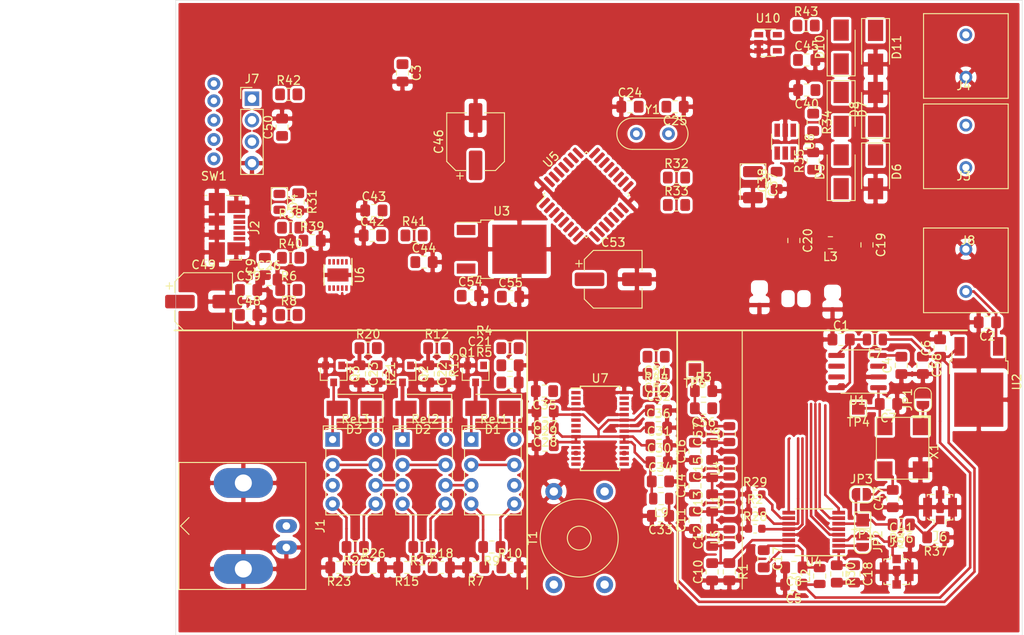
<source format=kicad_pcb>
(kicad_pcb (version 20171130) (host pcbnew "(5.1.2)-1")
  (layers (0 F.Cu signal) (31 B.Cu signal hide) (34 B.Paste user hide) (35 F.Paste user) (36 B.SilkS user) (37 F.SilkS user) (38 B.Mask user hide) (39 F.Mask user) (44 Edge.Cuts user))
  (net 0 "")
  (net 1 RF_DDS)
  (net 2 "Net-(D1-Pad2)")
  (net 3 "Net-(D2-Pad2)")
  (net 4 "Net-(J1-Pad1)")
  (net 5 "Net-(D3-Pad2)")
  (net 6 GND)
  (net 7 PSEL1)
  (net 8 "Net-(C13-Pad2)")
  (net 9 PSEL0)
  (net 10 "Net-(C18-Pad1)")
  (net 11 "Net-(C4-Pad2)")
  (net 12 "Net-(C7-Pad2)")
  (net 13 "Net-(C10-Pad2)")
  (net 14 "Net-(C17-Pad2)")
  (net 15 "Net-(C11-Pad2)")
  (net 16 5V_DIGITAL)
  (net 17 "Net-(C20-Pad1)")
  (net 18 "Net-(C21-Pad1)")
  (net 19 "Net-(C22-Pad1)")
  (net 20 "Net-(C23-Pad1)")
  (net 21 "Net-(R10-Pad1)")
  (net 22 "Net-(C24-Pad2)")
  (net 23 "Net-(C25-Pad2)")
  (net 24 FSELECT)
  (net 25 "Net-(Rel1-Pad2)")
  (net 26 "Net-(Rel2-Pad2)")
  (net 27 "Net-(Rel3-Pad2)")
  (net 28 "Net-(D4-Pad1)")
  (net 29 SDATA)
  (net 30 "Net-(C27-Pad1)")
  (net 31 "Net-(C36-Pad1)")
  (net 32 RF_FROM_AMPLIFIER)
  (net 33 "Net-(T1-Pad2)")
  (net 34 "Net-(T1-Pad1)")
  (net 35 "Net-(C40-Pad1)")
  (net 36 "Net-(D5-Pad2)")
  (net 37 "Net-(D7-Pad2)")
  (net 38 "Net-(D10-Pad2)")
  (net 39 "Net-(R43-Pad1)")
  (net 40 5V_ANALOG)
  (net 41 "Net-(JP1-Pad1)")
  (net 42 /DDSSynthesizer/MCLK)
  (net 43 "Net-(C47-Pad2)")
  (net 44 "Net-(C41-Pad1)")
  (net 45 "Net-(J6-Pad1)")
  (net 46 "Net-(JP2-Pad2)")
  (net 47 REL_1)
  (net 48 REL_2)
  (net 49 REL_3)
  (net 50 FSYNC)
  (net 51 SCLK)
  (net 52 TXEN)
  (net 53 DATAEN)
  (net 54 "Net-(Rel1-Pad3)")
  (net 55 "Net-(Rel2-Pad3)")
  (net 56 SDA)
  (net 57 SCL)
  (net 58 "Net-(C9-Pad2)")
  (net 59 "Net-(C42-Pad2)")
  (net 60 "Net-(C43-Pad2)")
  (net 61 "Net-(R38-Pad2)")
  (net 62 "Net-(R40-Pad1)")
  (net 63 "Net-(R41-Pad1)")
  (net 64 ROT_B)
  (net 65 ROT_A)
  (net 66 ROT_S)
  (net 67 "Net-(C51-Pad2)")
  (net 68 DIGITAL_OUT_1)
  (net 69 9V)
  (net 70 "Net-(C17-Pad1)")
  (net 71 "Net-(C15-Pad2)")
  (net 72 "Net-(C52-Pad1)")
  (net 73 "Net-(R44-Pad1)")
  (net 74 "Net-(R7-Pad1)")
  (net 75 "Net-(R15-Pad1)")
  (net 76 "Net-(R17-Pad1)")
  (net 77 "Net-(R23-Pad1)")
  (net 78 "Net-(R25-Pad1)")
  (net 79 "Net-(J2-Pad1)")
  (net 80 "Net-(C1-Pad2)")
  (module Resistor_SMD:R_0603_1608Metric (layer F.Cu) (at 123.444 118.364)
    (fp_text reference R29 (at 0 -1.43) (layer F.SilkS))
    (fp_text value 10k)
    (pad 2 smd roundrect (at 0.7875 0) (size 0.875 0.95) (layers F.Cu F.Paste F.Mask) (net 24 FSELECT))
    (pad 1 smd roundrect (at -0.7875 0) (size 0.875 0.95) (layers F.Cu F.Paste F.Mask) (net 6 GND))
  )
  (module Resistor_SMD:R_0603_1608Metric (layer F.Cu) (at 123.444 122.428)
    (fp_text reference R28 (at 0 -1.43) (layer F.SilkS))
    (fp_text value 10k)
    (pad 2 smd roundrect (at 0.7875 0) (size 0.875 0.95) (layers F.Cu F.Paste F.Mask) (net 9 PSEL0))
    (pad 1 smd roundrect (at -0.7875 0) (size 0.875 0.95) (layers F.Cu F.Paste F.Mask) (net 6 GND))
  )
  (module Resistor_SMD:R_0603_1608Metric (layer F.Cu) (at 123.444 120.396)
    (fp_text reference R2 (at 0 -1.43) (layer F.SilkS))
    (fp_text value 10k)
    (pad 2 smd roundrect (at 0.7875 0) (size 0.875 0.95) (layers F.Cu F.Paste F.Mask) (net 7 PSEL1))
    (pad 1 smd roundrect (at -0.7875 0) (size 0.875 0.95) (layers F.Cu F.Paste F.Mask) (net 6 GND))
  )
  (module Inductor_SMD:L_0805_2012Metric (layer F.Cu) (at 137.5895 100.076 180)
    (fp_text reference L7 (at 0 -1.65) (layer F.SilkS))
    (fp_text value 4u7)
    (pad 2 smd roundrect (at 0.9375 0 180) (size 0.975 1.4) (layers F.Cu F.Paste F.Mask) (net 80 "Net-(C1-Pad2)"))
    (pad 1 smd roundrect (at -0.9375 0 180) (size 0.975 1.4) (layers F.Cu F.Paste F.Mask) (net 40 5V_ANALOG))
  )
  (module Capacitor_SMD:C_0805_2012Metric_Pad1.15x1.40mm_HandSolder (layer F.Cu) (at 143.256 103.124 270)
    (fp_text reference C58 (at 0 -1.65 90) (layer F.SilkS))
    (fp_text value 100n)
    (pad 2 smd roundrect (at 1.025 0 270) (size 1.15 1.4) (layers F.Cu F.Paste F.Mask) (roundrect_rratio 0.217391) (net 6 GND))
    (pad 1 smd roundrect (at -1.025 0 270) (size 1.15 1.4) (layers F.Cu F.Paste F.Mask) (roundrect_rratio 0.217391) (net 40 5V_ANALOG))
  )
  (module Inductor_SMD:L_0805_2012Metric (layer F.Cu) (at 112.3465 118.872 180)
    (fp_text reference L9 (at 0 -1.65) (layer F.SilkS))
    (fp_text value 4u7)
    (pad 2 smd roundrect (at 0.9375 0 180) (size 0.975 1.4) (layers F.Cu F.Paste F.Mask) (net 30 "Net-(C27-Pad1)"))
    (pad 1 smd roundrect (at -0.9375 0 180) (size 0.975 1.4) (layers F.Cu F.Paste F.Mask) (net 40 5V_ANALOG))
  )
  (module Inductor_SMD:L_0805_2012Metric (layer F.Cu) (at 132.334 88.646 180)
    (fp_text reference L3 (at 0 -1.65) (layer F.SilkS))
    (fp_text value 4u7)
    (pad 2 smd roundrect (at 0.9375 0 180) (size 0.975 1.4) (layers F.Cu F.Paste F.Mask) (net 17 "Net-(C20-Pad1)"))
    (pad 1 smd roundrect (at -0.9375 0 180) (size 0.975 1.4) (layers F.Cu F.Paste F.Mask) (net 16 5V_DIGITAL))
  )
  (module Inductor_SMD:L_0805_2012Metric (layer F.Cu) (at 131.064 128.016 90)
    (fp_text reference L2 (at 0 -1.65 90) (layer F.SilkS))
    (fp_text value 4u7)
    (pad 2 smd roundrect (at 0.9375 0 90) (size 0.975 1.4) (layers F.Cu F.Paste F.Mask) (net 70 "Net-(C17-Pad1)"))
    (pad 1 smd roundrect (at -0.9375 0 90) (size 0.975 1.4) (layers F.Cu F.Paste F.Mask) (net 40 5V_ANALOG))
  )
  (module Resistor_SMD:R_0805_2012Metric_Pad1.15x1.40mm_HandSolder (layer F.Cu) (at 68.37 97.18)
    (fp_text reference R8 (at 0 -1.65) (layer F.SilkS))
    (fp_text value 100R)
    (pad 2 smd roundrect (at 1.025 0) (size 1.15 1.4) (layers F.Cu F.Paste F.Mask) (roundrect_rratio 0.217391))
    (pad 1 smd roundrect (at -1.025 0) (size 1.15 1.4) (layers F.Cu F.Paste F.Mask) (roundrect_rratio 0.217391) (net 64 ROT_B))
  )
  (module Resistor_SMD:R_0805_2012Metric_Pad1.15x1.40mm_HandSolder (layer F.Cu) (at 68.37 94.23)
    (fp_text reference R6 (at 0 -1.65) (layer F.SilkS))
    (fp_text value 100R)
    (pad 2 smd roundrect (at 1.025 0) (size 1.15 1.4) (layers F.Cu F.Paste F.Mask) (roundrect_rratio 0.217391))
    (pad 1 smd roundrect (at -1.025 0) (size 1.15 1.4) (layers F.Cu F.Paste F.Mask) (roundrect_rratio 0.217391) (net 65 ROT_A))
  )
  (module DDSFunctionGenerator:DG128-5.0-02P-14-00A (layer F.Cu) (at 148.336 89.408)
    (fp_text reference J8 (at 0.254 -1.024) (layer F.SilkS))
    (fp_text value Conn_01x02_Female)
    (pad 2 thru_hole circle (at 0 5) (size 1.5 1.5) (drill 0.85) (layers *.Cu *.Mask) (net 69 9V))
    (pad 1 thru_hole circle (at 0 0) (size 1.5 1.5) (drill 0.85) (layers *.Cu *.Mask) (net 6 GND))
  )
  (module Capacitor_SMD:CP_Elec_6.3x5.4 (layer F.Cu) (at 58.3 95.6)
    (fp_text reference C49 (at 0 -4.35) (layer F.SilkS))
    (fp_text value 4u7)
    (pad 2 smd roundrect (at 2.8 0) (size 3.5 1.6) (layers F.Cu F.Paste F.Mask) (roundrect_rratio 0.15625) (net 6 GND))
    (pad 1 smd roundrect (at -2.8 0) (size 3.5 1.6) (layers F.Cu F.Paste F.Mask) (roundrect_rratio 0.15625) (net 16 5V_DIGITAL))
  )
  (module Capacitor_SMD:C_0805_2012Metric_Pad1.15x1.40mm_HandSolder (layer F.Cu) (at 63.62 97.18)
    (fp_text reference C48 (at 0 -1.65) (layer F.SilkS))
    (fp_text value 10n)
    (pad 2 smd roundrect (at 1.025 0) (size 1.15 1.4) (layers F.Cu F.Paste F.Mask) (roundrect_rratio 0.217391) (net 6 GND))
    (pad 1 smd roundrect (at -1.025 0) (size 1.15 1.4) (layers F.Cu F.Paste F.Mask) (roundrect_rratio 0.217391) (net 65 ROT_A))
  )
  (module Capacitor_SMD:C_0805_2012Metric_Pad1.15x1.40mm_HandSolder (layer F.Cu) (at 63.62 94.23)
    (fp_text reference C39 (at 0 -1.65) (layer F.SilkS))
    (fp_text value 10n)
    (pad 2 smd roundrect (at 1.025 0) (size 1.15 1.4) (layers F.Cu F.Paste F.Mask) (roundrect_rratio 0.217391) (net 6 GND))
    (pad 1 smd roundrect (at -1.025 0) (size 1.15 1.4) (layers F.Cu F.Paste F.Mask) (roundrect_rratio 0.217391) (net 64 ROT_B))
  )
  (module Capacitor_SMD:C_0805_2012Metric_Pad1.15x1.40mm_HandSolder (layer F.Cu) (at 66 93)
    (fp_text reference C26 (at 0 -1.65) (layer F.SilkS))
    (fp_text value 100n)
    (pad 2 smd roundrect (at 1.025 0) (size 1.15 1.4) (layers F.Cu F.Paste F.Mask) (roundrect_rratio 0.217391) (net 6 GND))
    (pad 1 smd roundrect (at -1.025 0) (size 1.15 1.4) (layers F.Cu F.Paste F.Mask) (roundrect_rratio 0.217391) (net 16 5V_DIGITAL))
  )
  (module Resistor_SMD:R_0805_2012Metric_Pad1.15x1.40mm_HandSolder (layer F.Cu) (at 117.357 106.172)
    (fp_text reference R3 (at 0 -1.65) (layer F.SilkS))
    (fp_text value 53R6)
    (pad 2 smd roundrect (at 1.025 0) (size 1.15 1.4) (layers F.Cu F.Paste F.Mask) (roundrect_rratio 0.217391) (net 6 GND))
    (pad 1 smd roundrect (at -1.025 0) (size 1.15 1.4) (layers F.Cu F.Paste F.Mask) (roundrect_rratio 0.217391) (net 1 RF_DDS))
  )
  (module Inductor_SMD:L_0805_2012Metric (layer F.Cu) (at 120.396 111.252 90)
    (fp_text reference L6 (at 0 -1.65 90) (layer F.SilkS))
    (fp_text value 100n)
    (pad 2 smd roundrect (at 0.9375 0 90) (size 0.975 1.4) (layers F.Cu F.Paste F.Mask) (net 1 RF_DDS))
    (pad 1 smd roundrect (at -0.9375 0 90) (size 0.975 1.4) (layers F.Cu F.Paste F.Mask) (net 71 "Net-(C15-Pad2)"))
  )
  (module Inductor_SMD:L_0805_2012Metric (layer F.Cu) (at 120.396 115.316 90)
    (fp_text reference L4 (at 0 -1.65 90) (layer F.SilkS))
    (fp_text value 1u)
    (pad 2 smd roundrect (at 0.9375 0 90) (size 0.975 1.4) (layers F.Cu F.Paste F.Mask) (net 71 "Net-(C15-Pad2)"))
    (pad 1 smd roundrect (at -0.9375 0 90) (size 0.975 1.4) (layers F.Cu F.Paste F.Mask) (net 8 "Net-(C13-Pad2)"))
  )
  (module Inductor_SMD:L_0805_2012Metric (layer F.Cu) (at 120.396 119.3015 90)
    (fp_text reference L1 (at 0 -1.65 90) (layer F.SilkS))
    (fp_text value 1u)
    (pad 2 smd roundrect (at 0.9375 0 90) (size 0.975 1.4) (layers F.Cu F.Paste F.Mask) (net 8 "Net-(C13-Pad2)"))
    (pad 1 smd roundrect (at -0.9375 0 90) (size 0.975 1.4) (layers F.Cu F.Paste F.Mask) (net 15 "Net-(C11-Pad2)"))
  )
  (module Capacitor_SMD:C_0805_2012Metric_Pad1.15x1.40mm_HandSolder (layer F.Cu) (at 118.364 111.252 90)
    (fp_text reference C57 (at 0 -1.65 90) (layer F.SilkS))
    (fp_text value 390p)
    (pad 2 smd roundrect (at 1.025 0 90) (size 1.15 1.4) (layers F.Cu F.Paste F.Mask) (roundrect_rratio 0.217391) (net 1 RF_DDS))
    (pad 1 smd roundrect (at -1.025 0 90) (size 1.15 1.4) (layers F.Cu F.Paste F.Mask) (roundrect_rratio 0.217391) (net 71 "Net-(C15-Pad2)"))
  )
  (module Capacitor_SMD:C_0805_2012Metric_Pad1.15x1.40mm_HandSolder (layer F.Cu) (at 117.348 108.204 180)
    (fp_text reference C56 (at 0 -1.65) (layer F.SilkS))
    (fp_text value 15p)
    (pad 2 smd roundrect (at 1.025 0 180) (size 1.15 1.4) (layers F.Cu F.Paste F.Mask) (roundrect_rratio 0.217391) (net 1 RF_DDS))
    (pad 1 smd roundrect (at -1.025 0 180) (size 1.15 1.4) (layers F.Cu F.Paste F.Mask) (roundrect_rratio 0.217391) (net 71 "Net-(C15-Pad2)"))
  )
  (module Capacitor_SMD:C_0805_2012Metric_Pad1.15x1.40mm_HandSolder (layer F.Cu) (at 116.332 113.284 90)
    (fp_text reference C16 (at 0 -1.65 90) (layer F.SilkS))
    (fp_text value 470p)
    (pad 2 smd roundrect (at 1.025 0 90) (size 1.15 1.4) (layers F.Cu F.Paste F.Mask) (roundrect_rratio 0.217391) (net 71 "Net-(C15-Pad2)"))
    (pad 1 smd roundrect (at -1.025 0 90) (size 1.15 1.4) (layers F.Cu F.Paste F.Mask) (roundrect_rratio 0.217391) (net 6 GND))
  )
  (module Capacitor_SMD:C_0805_2012Metric_Pad1.15x1.40mm_HandSolder (layer F.Cu) (at 118.364 115.325 90)
    (fp_text reference C15 (at 0 -1.65 90) (layer F.SilkS))
    (fp_text value 330p)
    (pad 2 smd roundrect (at 1.025 0 90) (size 1.15 1.4) (layers F.Cu F.Paste F.Mask) (roundrect_rratio 0.217391) (net 71 "Net-(C15-Pad2)"))
    (pad 1 smd roundrect (at -1.025 0 90) (size 1.15 1.4) (layers F.Cu F.Paste F.Mask) (roundrect_rratio 0.217391) (net 8 "Net-(C13-Pad2)"))
  )
  (module Capacitor_SMD:C_0805_2012Metric_Pad1.15x1.40mm_HandSolder (layer F.Cu) (at 116.332 117.348 90)
    (fp_text reference C14 (at 0 -1.65 90) (layer F.SilkS))
    (fp_text value 680p)
    (pad 2 smd roundrect (at 1.025 0 90) (size 1.15 1.4) (layers F.Cu F.Paste F.Mask) (roundrect_rratio 0.217391) (net 8 "Net-(C13-Pad2)"))
    (pad 1 smd roundrect (at -1.025 0 90) (size 1.15 1.4) (layers F.Cu F.Paste F.Mask) (roundrect_rratio 0.217391) (net 6 GND))
  )
  (module Capacitor_SMD:C_0805_2012Metric_Pad1.15x1.40mm_HandSolder (layer F.Cu) (at 118.364 119.38 90)
    (fp_text reference C13 (at 0 -1.65 90) (layer F.SilkS))
    (fp_text value 430p)
    (pad 2 smd roundrect (at 1.025 0 90) (size 1.15 1.4) (layers F.Cu F.Paste F.Mask) (roundrect_rratio 0.217391) (net 8 "Net-(C13-Pad2)"))
    (pad 1 smd roundrect (at -1.025 0 90) (size 1.15 1.4) (layers F.Cu F.Paste F.Mask) (roundrect_rratio 0.217391) (net 15 "Net-(C11-Pad2)"))
  )
  (module Capacitor_SMD:C_0805_2012Metric_Pad1.15x1.40mm_HandSolder (layer F.Cu) (at 118.364 123.435 90)
    (fp_text reference C12 (at 0 -1.65 90) (layer F.SilkS))
    (fp_text value 91p)
    (pad 2 smd roundrect (at 1.025 0 90) (size 1.15 1.4) (layers F.Cu F.Paste F.Mask) (roundrect_rratio 0.217391) (net 15 "Net-(C11-Pad2)"))
    (pad 1 smd roundrect (at -1.025 0 90) (size 1.15 1.4) (layers F.Cu F.Paste F.Mask) (roundrect_rratio 0.217391) (net 13 "Net-(C10-Pad2)"))
  )
  (module Inductor_SMD:L_0805_2012Metric (layer F.Cu) (at 120.396 123.444 90)
    (fp_text reference L5 (at 0 -1.65 90) (layer F.SilkS))
    (fp_text value 1u8)
    (pad 2 smd roundrect (at 0.9375 0 90) (size 0.975 1.4) (layers F.Cu F.Paste F.Mask) (net 15 "Net-(C11-Pad2)"))
    (pad 1 smd roundrect (at -0.9375 0 90) (size 0.975 1.4) (layers F.Cu F.Paste F.Mask) (net 13 "Net-(C10-Pad2)"))
  )
  (module Package_TO_SOT_SMD:TO-252-2 (layer F.Cu) (at 93.502 89.418)
    (fp_text reference U3 (at 0 -4.5) (layer F.SilkS))
    (fp_text value L7805)
    (pad 2 smd rect (at 2.1 0) (size 6.4 5.8) (layers F.Cu F.Mask) (net 6 GND))
    (pad 3 smd rect (at -4.2 2.28) (size 2.2 1.2) (layers F.Cu F.Paste F.Mask) (net 16 5V_DIGITAL))
    (pad 1 smd rect (at -4.2 -2.28) (size 2.2 1.2) (layers F.Cu F.Paste F.Mask) (net 69 9V))
  )
  (module Capacitor_SMD:C_0805_2012Metric_Pad1.15x1.40mm_HandSolder (layer F.Cu) (at 94.552 95.018)
    (fp_text reference C55 (at 0 -1.65) (layer F.SilkS))
    (fp_text value 100n)
    (pad 2 smd roundrect (at 1.025 0) (size 1.15 1.4) (layers F.Cu F.Paste F.Mask) (roundrect_rratio 0.217391) (net 6 GND))
    (pad 1 smd roundrect (at -1.025 0) (size 1.15 1.4) (layers F.Cu F.Paste F.Mask) (roundrect_rratio 0.217391) (net 16 5V_DIGITAL))
  )
  (module Capacitor_SMD:C_0805_2012Metric_Pad1.15x1.40mm_HandSolder (layer F.Cu) (at 89.802 94.918)
    (fp_text reference C54 (at 0 -1.65) (layer F.SilkS))
    (fp_text value 100n)
    (pad 2 smd roundrect (at 1.025 0) (size 1.15 1.4) (layers F.Cu F.Paste F.Mask) (roundrect_rratio 0.217391) (net 6 GND))
    (pad 1 smd roundrect (at -1.025 0) (size 1.15 1.4) (layers F.Cu F.Paste F.Mask) (roundrect_rratio 0.217391) (net 69 9V))
  )
  (module Capacitor_SMD:CP_Elec_6.3x5.4 (layer F.Cu) (at 106.68 92.964)
    (fp_text reference C53 (at 0 -4.35) (layer F.SilkS))
    (fp_text value 22u/10V)
    (pad 2 smd roundrect (at 2.8 0) (size 3.5 1.6) (layers F.Cu F.Paste F.Mask) (roundrect_rratio 0.15625) (net 6 GND))
    (pad 1 smd roundrect (at -2.8 0) (size 3.5 1.6) (layers F.Cu F.Paste F.Mask) (roundrect_rratio 0.15625) (net 69 9V))
  )
  (module Capacitor_SMD:C_0805_2012Metric_Pad1.15x1.40mm_HandSolder (layer F.Cu) (at 145.288 101.083 90)
    (fp_text reference C6 (at 0 -1.65 90) (layer F.SilkS))
    (fp_text value 100n)
    (pad 2 smd roundrect (at 1.025 0 90) (size 1.15 1.4) (layers F.Cu F.Paste F.Mask) (roundrect_rratio 0.217391) (net 6 GND))
    (pad 1 smd roundrect (at -1.025 0 90) (size 1.15 1.4) (layers F.Cu F.Paste F.Mask) (roundrect_rratio 0.217391) (net 40 5V_ANALOG))
  )
  (module Jumper:SolderJumper-2_P1.3mm_Open_RoundedPad1.0x1.5mm (layer F.Cu) (at 136.144 123.952 270)
    (fp_text reference JP2 (at 0 -1.8 90) (layer F.SilkS))
    (fp_text value SolderJumper_2_Open)
    (pad 2 smd custom (at 0.65 0 270) (size 1 0.5) (layers F.Cu F.Mask) (net 46 "Net-(JP2-Pad2)") (options (clearance outline) (anchor rect)) (primitives (gr_circle (center 0 0.25) (end 0.5 0.25) (width 0)) (gr_circle (center 0 -0.25) (end 0.5 -0.25) (width 0)) (gr_poly (pts (xy 0 -0.75) (xy -0.5 -0.75) (xy -0.5 0.75) (xy 0 0.75)) (width 0))))
    (pad 1 smd custom (at -0.65 0 270) (size 1 0.5) (layers F.Cu F.Mask) (net 44 "Net-(C41-Pad1)") (options (clearance outline) (anchor rect)) (primitives (gr_circle (center 0 0.25) (end 0.5 0.25) (width 0)) (gr_circle (center 0 -0.25) (end 0.5 -0.25) (width 0)) (gr_poly (pts (xy 0 -0.75) (xy 0.5 -0.75) (xy 0.5 0.75) (xy 0 0.75)) (width 0))))
  )
  (module Resistor_SMD:R_0805_2012Metric_Pad1.15x1.40mm_HandSolder (layer F.Cu) (at 111.76 106.172)
    (fp_text reference R44 (at 0 -1.65) (layer F.SilkS))
    (fp_text value 25R5)
    (pad 2 smd roundrect (at 1.025 0) (size 1.15 1.4) (layers F.Cu F.Paste F.Mask) (roundrect_rratio 0.217391) (net 72 "Net-(C52-Pad1)"))
    (pad 1 smd roundrect (at -1.025 0) (size 1.15 1.4) (layers F.Cu F.Paste F.Mask) (roundrect_rratio 0.217391) (net 73 "Net-(R44-Pad1)"))
  )
  (module Capacitor_SMD:C_0805_2012Metric_Pad1.15x1.40mm_HandSolder (layer F.Cu) (at 111.751 104.14 180)
    (fp_text reference C52 (at 0 -1.65) (layer F.SilkS))
    (fp_text value 100n)
    (pad 2 smd roundrect (at 1.025 0 180) (size 1.15 1.4) (layers F.Cu F.Paste F.Mask) (roundrect_rratio 0.217391) (net 6 GND))
    (pad 1 smd roundrect (at -1.025 0 180) (size 1.15 1.4) (layers F.Cu F.Paste F.Mask) (roundrect_rratio 0.217391) (net 72 "Net-(C52-Pad1)"))
  )
  (module Capacitor_SMD:C_0805_2012Metric_Pad1.15x1.40mm_HandSolder (layer F.Cu) (at 111.751 102.108 180)
    (fp_text reference C51 (at 0 -1.65) (layer F.SilkS))
    (fp_text value 100n)
    (pad 2 smd roundrect (at 1.025 0 180) (size 1.15 1.4) (layers F.Cu F.Paste F.Mask) (roundrect_rratio 0.217391) (net 67 "Net-(C51-Pad2)"))
    (pad 1 smd roundrect (at -1.025 0 180) (size 1.15 1.4) (layers F.Cu F.Paste F.Mask) (roundrect_rratio 0.217391) (net 1 RF_DDS))
  )
  (module Capacitor_SMD:C_0805_2012Metric_Pad1.15x1.40mm_HandSolder (layer F.Cu) (at 67.564 75.006 90)
    (fp_text reference C50 (at 0 -1.65 90) (layer F.SilkS))
    (fp_text value 100n)
    (pad 2 smd roundrect (at 1.025 0 90) (size 1.15 1.4) (layers F.Cu F.Paste F.Mask) (roundrect_rratio 0.217391) (net 6 GND))
    (pad 1 smd roundrect (at -1.025 0 90) (size 1.15 1.4) (layers F.Cu F.Paste F.Mask) (roundrect_rratio 0.217391) (net 66 ROT_S))
  )
  (module Resistor_SMD:R_0805_2012Metric_Pad1.15x1.40mm_HandSolder (layer F.Cu) (at 68.35 71.12)
    (fp_text reference R42 (at 0 -1.65) (layer F.SilkS))
    (fp_text value 100R)
    (pad 2 smd roundrect (at 1.025 0) (size 1.15 1.4) (layers F.Cu F.Paste F.Mask) (roundrect_rratio 0.217391))
    (pad 1 smd roundrect (at -1.025 0) (size 1.15 1.4) (layers F.Cu F.Paste F.Mask) (roundrect_rratio 0.217391) (net 66 ROT_S))
  )
  (module Resistor_SMD:R_0805_2012Metric_Pad1.15x1.40mm_HandSolder (layer F.Cu) (at 83.16 87.786)
    (fp_text reference R41 (at 0 -1.65) (layer F.SilkS))
    (fp_text value 27R)
    (pad 2 smd roundrect (at 1.025 0) (size 1.15 1.4) (layers F.Cu F.Paste F.Mask) (roundrect_rratio 0.217391) (net 59 "Net-(C42-Pad2)"))
    (pad 1 smd roundrect (at -1.025 0) (size 1.15 1.4) (layers F.Cu F.Paste F.Mask) (roundrect_rratio 0.217391) (net 63 "Net-(R41-Pad1)"))
  )
  (module Resistor_SMD:R_0805_2012Metric_Pad1.15x1.40mm_HandSolder (layer F.Cu) (at 68.58 90.424)
    (fp_text reference R40 (at 0 -1.65) (layer F.SilkS))
    (fp_text value 27R)
    (pad 2 smd roundrect (at 1.025 0) (size 1.15 1.4) (layers F.Cu F.Paste F.Mask) (roundrect_rratio 0.217391) (net 58 "Net-(C9-Pad2)"))
    (pad 1 smd roundrect (at -1.025 0) (size 1.15 1.4) (layers F.Cu F.Paste F.Mask) (roundrect_rratio 0.217391) (net 62 "Net-(R40-Pad1)"))
  )
  (module Resistor_SMD:R_0805_2012Metric_Pad1.15x1.40mm_HandSolder (layer F.Cu) (at 71.111 88.392)
    (fp_text reference R39 (at 0 -1.65) (layer F.SilkS))
    (fp_text value 10k)
    (pad 2 smd roundrect (at 1.025 0) (size 1.15 1.4) (layers F.Cu F.Paste F.Mask) (roundrect_rratio 0.217391) (net 6 GND))
    (pad 1 smd roundrect (at -1.025 0) (size 1.15 1.4) (layers F.Cu F.Paste F.Mask) (roundrect_rratio 0.217391) (net 61 "Net-(R38-Pad2)"))
  )
  (module Resistor_SMD:R_0805_2012Metric_Pad1.15x1.40mm_HandSolder (layer F.Cu) (at 68.58 86.868)
    (fp_text reference R38 (at 0 -1.65) (layer F.SilkS))
    (fp_text value 4k7)
    (pad 2 smd roundrect (at 1.025 0) (size 1.15 1.4) (layers F.Cu F.Paste F.Mask) (roundrect_rratio 0.217391) (net 61 "Net-(R38-Pad2)"))
    (pad 1 smd roundrect (at -1.025 0) (size 1.15 1.4) (layers F.Cu F.Paste F.Mask) (roundrect_rratio 0.217391) (net 79 "Net-(J2-Pad1)"))
  )
  (module Capacitor_SMD:C_0805_2012Metric_Pad1.15x1.40mm_HandSolder (layer F.Cu) (at 84.328 90.932)
    (fp_text reference C44 (at 0 -1.65) (layer F.SilkS))
    (fp_text value 100n)
    (pad 2 smd roundrect (at 1.025 0) (size 1.15 1.4) (layers F.Cu F.Paste F.Mask) (roundrect_rratio 0.217391) (net 6 GND))
    (pad 1 smd roundrect (at -1.025 0) (size 1.15 1.4) (layers F.Cu F.Paste F.Mask) (roundrect_rratio 0.217391) (net 16 5V_DIGITAL))
  )
  (module Capacitor_SMD:C_0805_2012Metric_Pad1.15x1.40mm_HandSolder (layer F.Cu) (at 78.41 84.836)
    (fp_text reference C43 (at 0 -1.65) (layer F.SilkS))
    (fp_text value 100n)
    (pad 2 smd roundrect (at 1.025 0) (size 1.15 1.4) (layers F.Cu F.Paste F.Mask) (roundrect_rratio 0.217391) (net 60 "Net-(C43-Pad2)"))
    (pad 1 smd roundrect (at -1.025 0) (size 1.15 1.4) (layers F.Cu F.Paste F.Mask) (roundrect_rratio 0.217391) (net 6 GND))
  )
  (module Capacitor_SMD:C_0805_2012Metric_Pad1.15x1.40mm_HandSolder (layer F.Cu) (at 78.232 87.786)
    (fp_text reference C42 (at 0 -1.65) (layer F.SilkS))
    (fp_text value 47p)
    (pad 2 smd roundrect (at 1.025 0) (size 1.15 1.4) (layers F.Cu F.Paste F.Mask) (roundrect_rratio 0.217391) (net 59 "Net-(C42-Pad2)"))
    (pad 1 smd roundrect (at -1.025 0) (size 1.15 1.4) (layers F.Cu F.Paste F.Mask) (roundrect_rratio 0.217391) (net 6 GND))
  )
  (module Capacitor_SMD:C_0805_2012Metric_Pad1.15x1.40mm_HandSolder (layer F.Cu) (at 65.532 91.449 90)
    (fp_text reference C9 (at 0 -1.65 90) (layer F.SilkS))
    (fp_text value 47p)
    (pad 2 smd roundrect (at 1.025 0 90) (size 1.15 1.4) (layers F.Cu F.Paste F.Mask) (roundrect_rratio 0.217391) (net 58 "Net-(C9-Pad2)"))
    (pad 1 smd roundrect (at -1.025 0 90) (size 1.15 1.4) (layers F.Cu F.Paste F.Mask) (roundrect_rratio 0.217391) (net 6 GND))
  )
  (module Jumper:SolderJumper-2_P1.3mm_Open_RoundedPad1.0x1.5mm (layer F.Cu) (at 136.002 118.364)
    (fp_text reference JP3 (at 0 -1.8) (layer F.SilkS))
    (fp_text value SolderJumper_2_Open)
    (pad 2 smd custom (at 0.65 0) (size 1 0.5) (layers F.Cu F.Mask) (net 43 "Net-(C47-Pad2)") (options (clearance outline) (anchor rect)) (primitives (gr_circle (center 0 0.25) (end 0.5 0.25) (width 0)) (gr_circle (center 0 -0.25) (end 0.5 -0.25) (width 0)) (gr_poly (pts (xy 0 -0.75) (xy -0.5 -0.75) (xy -0.5 0.75) (xy 0 0.75)) (width 0))))
    (pad 1 smd custom (at -0.65 0) (size 1 0.5) (layers F.Cu F.Mask) (net 42 /DDSSynthesizer/MCLK) (options (clearance outline) (anchor rect)) (primitives (gr_circle (center 0 0.25) (end 0.5 0.25) (width 0)) (gr_circle (center 0 -0.25) (end 0.5 -0.25) (width 0)) (gr_poly (pts (xy 0 -0.75) (xy 0.5 -0.75) (xy 0.5 0.75) (xy 0 0.75)) (width 0))))
  )
  (module Jumper:SolderJumper-2_P1.3mm_Open_RoundedPad1.0x1.5mm (layer F.Cu) (at 143.256 107.188 90)
    (fp_text reference JP1 (at 0 -1.8 90) (layer F.SilkS))
    (fp_text value SolderJumper_2_Open)
    (pad 2 smd custom (at 0.65 0 90) (size 1 0.5) (layers F.Cu F.Mask) (net 6 GND) (options (clearance outline) (anchor rect)) (primitives (gr_circle (center 0 0.25) (end 0.5 0.25) (width 0)) (gr_circle (center 0 -0.25) (end 0.5 -0.25) (width 0)) (gr_poly (pts (xy 0 -0.75) (xy -0.5 -0.75) (xy -0.5 0.75) (xy 0 0.75)) (width 0))))
    (pad 1 smd custom (at -0.65 0 90) (size 1 0.5) (layers F.Cu F.Mask) (net 41 "Net-(JP1-Pad1)") (options (clearance outline) (anchor rect)) (primitives (gr_circle (center 0 0.25) (end 0.5 0.25) (width 0)) (gr_circle (center 0 -0.25) (end 0.5 -0.25) (width 0)) (gr_poly (pts (xy 0 -0.75) (xy 0.5 -0.75) (xy 0.5 0.75) (xy 0 0.75)) (width 0))))
  )
  (module Connector_PinHeader_2.54mm:PinHeader_1x04_P2.54mm_Vertical (layer F.Cu) (at 64.008 71.628)
    (fp_text reference J7 (at 0 -2.33) (layer F.SilkS))
    (fp_text value Conn_01x04_Male)
    (pad 4 thru_hole oval (at 0 7.62) (size 1.7 1.7) (drill 1) (layers *.Cu *.Mask) (net 6 GND))
    (pad 3 thru_hole oval (at 0 5.08) (size 1.7 1.7) (drill 1) (layers *.Cu *.Mask) (net 56 SDA))
    (pad 2 thru_hole oval (at 0 2.54) (size 1.7 1.7) (drill 1) (layers *.Cu *.Mask) (net 57 SCL))
    (pad 1 thru_hole rect (at 0 0) (size 1.7 1.7) (drill 1) (layers *.Cu *.Mask) (net 16 5V_DIGITAL))
  )
  (module Capacitor_SMD:C_0805_2012Metric_Pad1.15x1.40mm_HandSolder (layer F.Cu) (at 81.788 68.58 270)
    (fp_text reference C3 (at 0 -1.65 90) (layer F.SilkS))
    (fp_text value 100n)
    (pad 2 smd roundrect (at 1.025 0 270) (size 1.15 1.4) (layers F.Cu F.Paste F.Mask) (roundrect_rratio 0.217391) (net 6 GND))
    (pad 1 smd roundrect (at -1.025 0 270) (size 1.15 1.4) (layers F.Cu F.Paste F.Mask) (roundrect_rratio 0.217391) (net 16 5V_DIGITAL))
  )
  (module DDSFunctionGenerator:LF_SPXO018035 (layer F.Cu) (at 143.764 109.474 270)
    (fp_text reference X1 (at 3.8 -0.8 90) (layer F.SilkS))
    (fp_text value XO91)
    (pad 4 smd rect (at 0.9 5 270) (size 2 1.8) (layers F.Cu F.Paste F.Mask) (net 12 "Net-(C7-Pad2)"))
    (pad 3 smd rect (at 6 5 270) (size 2 1.8) (layers F.Cu F.Paste F.Mask) (net 43 "Net-(C47-Pad2)"))
    (pad 2 smd rect (at 6 0.8 270) (size 2 1.8) (layers F.Cu F.Paste F.Mask) (net 6 GND))
    (pad 1 smd rect (at 0.9 0.8 270) (size 2 1.8) (layers F.Cu F.Paste F.Mask) (net 41 "Net-(JP1-Pad1)"))
  )
  (module DDSFunctionGenerator:DG128-5.0-02P-14-00A (layer F.Cu) (at 148.336 69.088 180)
    (fp_text reference J4 (at 0.254 -1.024) (layer F.SilkS))
    (fp_text value DG128-5.0-02P-14-00A)
    (pad 2 thru_hole circle (at 0 5 180) (size 1.5 1.5) (drill 0.85) (layers *.Cu *.Mask) (net 38 "Net-(D10-Pad2)"))
    (pad 1 thru_hole circle (at 0 0 180) (size 1.5 1.5) (drill 0.85) (layers *.Cu *.Mask) (net 6 GND))
  )
  (module DDSFunctionGenerator:DG128-5.0-02P-14-00A (layer F.Cu) (at 148.336 79.756 180)
    (fp_text reference J3 (at 0.254 -1.024) (layer F.SilkS))
    (fp_text value DG128-5.0-02P-14-00A)
    (pad 2 thru_hole circle (at 0 5 180) (size 1.5 1.5) (drill 0.85) (layers *.Cu *.Mask) (net 37 "Net-(D7-Pad2)"))
    (pad 1 thru_hole circle (at 0 0 180) (size 1.5 1.5) (drill 0.85) (layers *.Cu *.Mask) (net 36 "Net-(D5-Pad2)"))
  )
  (module DDSFunctionGenerator:EN11-VNB1BQ15 (layer F.Cu) (at 59.508 81.28 180)
    (fp_text reference SW1 (at 0 0.5) (layer F.SilkS))
    (fp_text value Rotary_Encoder_Switch)
    (pad 5 thru_hole circle (at 0 11.43 180) (size 1.524 1.524) (drill 0.762) (layers *.Cu *.Mask))
    (pad 4 thru_hole circle (at 0 9.398 180) (size 1.524 1.524) (drill 0.762) (layers *.Cu *.Mask))
    (pad 3 thru_hole circle (at 0 7.112 180) (size 1.524 1.524) (drill 0.762) (layers *.Cu *.Mask))
    (pad 2 thru_hole circle (at 0 4.826 180) (size 1.524 1.524) (drill 0.762) (layers *.Cu *.Mask))
    (pad 1 thru_hole circle (at 0 2.54 180) (size 1.524 1.524) (drill 0.762) (layers *.Cu *.Mask))
  )
  (module Connector_Coaxial:BNC_Amphenol_B6252HB-NPP3G-50_Horizontal (layer F.Cu) (at 68.072 122.104 90)
    (fp_text reference J1 (at 0 4 90) (layer F.SilkS))
    (fp_text value Conn_Coaxial)
    (pad 2 thru_hole oval (at -2.54 0 90) (size 1.6 2.5) (drill 0.89) (layers *.Cu *.Mask) (net 6 GND))
    (pad 1 thru_hole oval (at 0 0 90) (size 1.6 2.5) (drill 0.89) (layers *.Cu *.Mask) (net 4 "Net-(J1-Pad1)"))
    (pad 2 thru_hole oval (at 5.08 -5.08 90) (size 3.5 7) (drill 2.01) (layers *.Cu *.Mask) (net 6 GND))
    (pad 2 thru_hole oval (at -5.08 -5.08 90) (size 3.5 7) (drill 2.01) (layers *.Cu *.Mask) (net 6 GND))
  )
  (module Transformer_THT:Transformer_Toroid_Horizontal_D9.0mm_Amidon-T30 (layer F.Cu) (at 105.664 129.032 90)
    (fp_text reference T1 (at 5.5 -8.5 90) (layer F.SilkS))
    (fp_text value Transformer_1P_1S)
    (pad 4 thru_hole circle (at 11 -6 90) (size 2 2) (drill 1) (layers *.Cu *.Mask) (net 6 GND))
    (pad 3 thru_hole circle (at 0 -6 90) (size 2 2) (drill 1) (layers *.Cu *.Mask) (net 32 RF_FROM_AMPLIFIER))
    (pad 2 thru_hole circle (at 11 0 90) (size 2 2) (drill 1) (layers *.Cu *.Mask) (net 33 "Net-(T1-Pad2)"))
    (pad 1 thru_hole circle (at 0 0 90) (size 2 2) (drill 1) (layers *.Cu *.Mask) (net 34 "Net-(T1-Pad1)"))
  )
  (module Capacitor_SMD:C_0805_2012Metric_Pad1.15x1.40mm_HandSolder (layer F.Cu) (at 139.7 118.872 90)
    (fp_text reference C47 (at 0 -1.65 90) (layer F.SilkS))
    (fp_text value 15p)
    (pad 2 smd roundrect (at 1.025 0 90) (size 1.15 1.4) (layers F.Cu F.Paste F.Mask) (roundrect_rratio 0.217391) (net 43 "Net-(C47-Pad2)"))
    (pad 1 smd roundrect (at -1.025 0 90) (size 1.15 1.4) (layers F.Cu F.Paste F.Mask) (roundrect_rratio 0.217391) (net 6 GND))
  )
  (module Capacitor_SMD:CP_Elec_6.3x5.4 (layer F.Cu) (at 90.424 76.708 90)
    (fp_text reference C46 (at 0 -4.35 90) (layer F.SilkS))
    (fp_text value 22u/10V)
    (pad 2 smd roundrect (at 2.8 0 90) (size 3.5 1.6) (layers F.Cu F.Paste F.Mask) (roundrect_rratio 0.15625) (net 6 GND))
    (pad 1 smd roundrect (at -2.8 0 90) (size 3.5 1.6) (layers F.Cu F.Paste F.Mask) (roundrect_rratio 0.15625) (net 69 9V))
  )
  (module Resistor_SMD:R_0805_2012Metric_Pad1.15x1.40mm_HandSolder (layer F.Cu) (at 129.464 62.992)
    (fp_text reference R43 (at 0 -1.65) (layer F.SilkS))
    (fp_text value 10R)
    (pad 2 smd roundrect (at 1.025 0) (size 1.15 1.4) (layers F.Cu F.Paste F.Mask) (roundrect_rratio 0.217391) (net 38 "Net-(D10-Pad2)"))
    (pad 1 smd roundrect (at -1.025 0) (size 1.15 1.4) (layers F.Cu F.Paste F.Mask) (roundrect_rratio 0.217391) (net 39 "Net-(R43-Pad1)"))
  )
  (module Diode_SMD:D_SMA (layer F.Cu) (at 137.668 65.564 270)
    (fp_text reference D11 (at 0 -2.5 90) (layer F.SilkS))
    (fp_text value D_Schottky)
    (pad 2 smd rect (at 2 0 270) (size 2.5 1.8) (layers F.Cu F.Paste F.Mask) (net 6 GND))
    (pad 1 smd rect (at -2 0 270) (size 2.5 1.8) (layers F.Cu F.Paste F.Mask) (net 38 "Net-(D10-Pad2)"))
  )
  (module Diode_SMD:D_SMA (layer F.Cu) (at 133.604 65.532 90)
    (fp_text reference D10 (at 0 -2.5 90) (layer F.SilkS))
    (fp_text value D_Schottky)
    (pad 2 smd rect (at 2 0 90) (size 2.5 1.8) (layers F.Cu F.Paste F.Mask) (net 38 "Net-(D10-Pad2)"))
    (pad 1 smd rect (at -2 0 90) (size 2.5 1.8) (layers F.Cu F.Paste F.Mask) (net 16 5V_DIGITAL))
  )
  (module Capacitor_SMD:C_0805_2012Metric_Pad1.15x1.40mm_HandSolder (layer F.Cu) (at 129.531 67.056)
    (fp_text reference C45 (at 0 -1.65) (layer F.SilkS))
    (fp_text value 100n)
    (pad 2 smd roundrect (at 1.025 0) (size 1.15 1.4) (layers F.Cu F.Paste F.Mask) (roundrect_rratio 0.217391) (net 6 GND))
    (pad 1 smd roundrect (at -1.025 0) (size 1.15 1.4) (layers F.Cu F.Paste F.Mask) (roundrect_rratio 0.217391) (net 16 5V_DIGITAL))
  )
  (module Package_TO_SOT_SMD:SOT-23-5 (layer F.Cu) (at 124.968 65.024)
    (fp_text reference U10 (at 0 -2.9) (layer F.SilkS))
    (fp_text value 74HCT1G86)
    (pad 5 smd rect (at 1.1 -0.95) (size 1.06 0.65) (layers F.Cu F.Paste F.Mask) (net 16 5V_DIGITAL))
    (pad 4 smd rect (at 1.1 0.95) (size 1.06 0.65) (layers F.Cu F.Paste F.Mask) (net 39 "Net-(R43-Pad1)"))
    (pad 3 smd rect (at -1.1 0.95) (size 1.06 0.65) (layers F.Cu F.Paste F.Mask) (net 6 GND))
    (pad 2 smd rect (at -1.1 0) (size 1.06 0.65) (layers F.Cu F.Paste F.Mask) (net 6 GND))
    (pad 1 smd rect (at -1.1 -0.95) (size 1.06 0.65) (layers F.Cu F.Paste F.Mask) (net 68 DIGITAL_OUT_1))
  )
  (module Package_TO_SOT_SMD:SOT-23-6_Handsoldering (layer F.Cu) (at 127 76.708 270)
    (fp_text reference U8 (at 0 -2.9 90) (layer F.SilkS))
    (fp_text value MCP3425A0T-ECH)
    (pad 5 smd rect (at 1.35 0 270) (size 1.56 0.65) (layers F.Cu F.Paste F.Mask) (net 16 5V_DIGITAL))
    (pad 6 smd rect (at 1.35 -0.95 270) (size 1.56 0.65) (layers F.Cu F.Paste F.Mask) (net 36 "Net-(D5-Pad2)"))
    (pad 4 smd rect (at 1.35 0.95 270) (size 1.56 0.65) (layers F.Cu F.Paste F.Mask) (net 56 SDA))
    (pad 3 smd rect (at -1.35 0.95 270) (size 1.56 0.65) (layers F.Cu F.Paste F.Mask) (net 57 SCL))
    (pad 2 smd rect (at -1.35 0 270) (size 1.56 0.65) (layers F.Cu F.Paste F.Mask) (net 6 GND))
    (pad 1 smd rect (at -1.35 -0.95 270) (size 1.56 0.65) (layers F.Cu F.Paste F.Mask) (net 35 "Net-(C40-Pad1)"))
  )
  (module Resistor_SMD:R_0805_2012Metric_Pad1.15x1.40mm_HandSolder (layer F.Cu) (at 130.302 78.994 90)
    (fp_text reference R35 (at 0 -1.65 90) (layer F.SilkS))
    (fp_text value 10k)
    (pad 2 smd roundrect (at 1.025 0 90) (size 1.15 1.4) (layers F.Cu F.Paste F.Mask) (roundrect_rratio 0.217391) (net 6 GND))
    (pad 1 smd roundrect (at -1.025 0 90) (size 1.15 1.4) (layers F.Cu F.Paste F.Mask) (roundrect_rratio 0.217391) (net 35 "Net-(C40-Pad1)"))
  )
  (module Resistor_SMD:R_0805_2012Metric_Pad1.15x1.40mm_HandSolder (layer F.Cu) (at 130.302 74.422 270)
    (fp_text reference R34 (at 0 -1.65 90) (layer F.SilkS))
    (fp_text value 0R)
    (pad 2 smd roundrect (at 1.025 0 270) (size 1.15 1.4) (layers F.Cu F.Paste F.Mask) (roundrect_rratio 0.217391) (net 35 "Net-(C40-Pad1)"))
    (pad 1 smd roundrect (at -1.025 0 270) (size 1.15 1.4) (layers F.Cu F.Paste F.Mask) (roundrect_rratio 0.217391) (net 37 "Net-(D7-Pad2)"))
  )
  (module Resistor_SMD:R_0805_2012Metric_Pad1.15x1.40mm_HandSolder (layer F.Cu) (at 114.156 84.1865)
    (fp_text reference R33 (at 0 -1.65) (layer F.SilkS))
    (fp_text value 2k2)
    (pad 2 smd roundrect (at 1.025 0) (size 1.15 1.4) (layers F.Cu F.Paste F.Mask) (roundrect_rratio 0.217391) (net 56 SDA))
    (pad 1 smd roundrect (at -1.025 0) (size 1.15 1.4) (layers F.Cu F.Paste F.Mask) (roundrect_rratio 0.217391) (net 16 5V_DIGITAL))
  )
  (module Resistor_SMD:R_0805_2012Metric_Pad1.15x1.40mm_HandSolder (layer F.Cu) (at 114.156 80.948)
    (fp_text reference R32 (at 0 -1.65) (layer F.SilkS))
    (fp_text value 2k2)
    (pad 2 smd roundrect (at 1.025 0) (size 1.15 1.4) (layers F.Cu F.Paste F.Mask) (roundrect_rratio 0.217391) (net 57 SCL))
    (pad 1 smd roundrect (at -1.025 0) (size 1.15 1.4) (layers F.Cu F.Paste F.Mask) (roundrect_rratio 0.217391) (net 16 5V_DIGITAL))
  )
  (module Diode_SMD:D_SMA (layer F.Cu) (at 137.668 72.898 90)
    (fp_text reference D8 (at 0 -2.5 90) (layer F.SilkS))
    (fp_text value D_Schottky)
    (pad 2 smd rect (at 2 0 90) (size 2.5 1.8) (layers F.Cu F.Paste F.Mask) (net 6 GND))
    (pad 1 smd rect (at -2 0 90) (size 2.5 1.8) (layers F.Cu F.Paste F.Mask) (net 37 "Net-(D7-Pad2)"))
  )
  (module Diode_SMD:D_SMA (layer F.Cu) (at 133.604 72.898 270)
    (fp_text reference D7 (at 0 -2.5 90) (layer F.SilkS))
    (fp_text value D_Schottky)
    (pad 2 smd rect (at 2 0 270) (size 2.5 1.8) (layers F.Cu F.Paste F.Mask) (net 37 "Net-(D7-Pad2)"))
    (pad 1 smd rect (at -2 0 270) (size 2.5 1.8) (layers F.Cu F.Paste F.Mask) (net 16 5V_DIGITAL))
  )
  (module Diode_SMD:D_SMA (layer F.Cu) (at 137.668 80.264 270)
    (fp_text reference D6 (at 0 -2.5 90) (layer F.SilkS))
    (fp_text value D_Schottky)
    (pad 2 smd rect (at 2 0 270) (size 2.5 1.8) (layers F.Cu F.Paste F.Mask) (net 6 GND))
    (pad 1 smd rect (at -2 0 270) (size 2.5 1.8) (layers F.Cu F.Paste F.Mask) (net 36 "Net-(D5-Pad2)"))
  )
  (module Diode_SMD:D_SMA (layer F.Cu) (at 133.604 80.264 90)
    (fp_text reference D5 (at 0 -2.5 90) (layer F.SilkS))
    (fp_text value D_Schottky)
    (pad 2 smd rect (at 2 0 90) (size 2.5 1.8) (layers F.Cu F.Paste F.Mask) (net 36 "Net-(D5-Pad2)"))
    (pad 1 smd rect (at -2 0 90) (size 2.5 1.8) (layers F.Cu F.Paste F.Mask) (net 16 5V_DIGITAL))
  )
  (module Diode_SMD:D_SMA (layer F.Cu) (at 76.073 108.204 180)
    (fp_text reference D3 (at 0 -2.5 180) (layer F.SilkS))
    (fp_text value D)
    (pad 2 smd rect (at 2 0 180) (size 2.5 1.8) (layers F.Cu F.Paste F.Mask) (net 5 "Net-(D3-Pad2)"))
    (pad 1 smd rect (at -2 0 180) (size 2.5 1.8) (layers F.Cu F.Paste F.Mask) (net 69 9V))
  )
  (module Diode_SMD:D_SMA (layer F.Cu) (at 84.201 108.204 180)
    (fp_text reference D2 (at 0 -2.5 180) (layer F.SilkS))
    (fp_text value D)
    (pad 2 smd rect (at 2 0 180) (size 2.5 1.8) (layers F.Cu F.Paste F.Mask) (net 3 "Net-(D2-Pad2)"))
    (pad 1 smd rect (at -2 0 180) (size 2.5 1.8) (layers F.Cu F.Paste F.Mask) (net 69 9V))
  )
  (module Diode_SMD:D_SMA (layer F.Cu) (at 92.456 108.204 180)
    (fp_text reference D1 (at 0 -2.5 180) (layer F.SilkS))
    (fp_text value D)
    (pad 2 smd rect (at 2 0 180) (size 2.5 1.8) (layers F.Cu F.Paste F.Mask) (net 2 "Net-(D1-Pad2)"))
    (pad 1 smd rect (at -2 0 180) (size 2.5 1.8) (layers F.Cu F.Paste F.Mask) (net 69 9V))
  )
  (module Capacitor_SMD:C_0805_2012Metric_Pad1.15x1.40mm_HandSolder (layer F.Cu) (at 129.54 70.612 180)
    (fp_text reference C40 (at 0 -1.65) (layer F.SilkS))
    (fp_text value 1n)
    (pad 2 smd roundrect (at 1.025 0 180) (size 1.15 1.4) (layers F.Cu F.Paste F.Mask) (roundrect_rratio 0.217391) (net 6 GND))
    (pad 1 smd roundrect (at -1.025 0 180) (size 1.15 1.4) (layers F.Cu F.Paste F.Mask) (roundrect_rratio 0.217391) (net 35 "Net-(C40-Pad1)"))
  )
  (module Capacitor_SMD:C_0805_2012Metric_Pad1.15x1.40mm_HandSolder (layer F.Cu) (at 125.984 81.28 90)
    (fp_text reference C38 (at 0 -1.65 90) (layer F.SilkS))
    (fp_text value 100n)
    (pad 2 smd roundrect (at 1.025 0 90) (size 1.15 1.4) (layers F.Cu F.Paste F.Mask) (roundrect_rratio 0.217391) (net 16 5V_DIGITAL))
    (pad 1 smd roundrect (at -1.025 0 90) (size 1.15 1.4) (layers F.Cu F.Paste F.Mask) (roundrect_rratio 0.217391) (net 6 GND))
  )
  (module Capacitor_Tantalum_SMD:CP_EIA-3528-21_Kemet-B (layer F.Cu) (at 123.19 81.788 270)
    (fp_text reference C37 (at 0 -2.35 90) (layer F.SilkS))
    (fp_text value 1u)
    (pad 2 smd roundrect (at 1.5375 0 270) (size 1.325 2.35) (layers F.Cu F.Paste F.Mask) (roundrect_rratio 0.188679) (net 6 GND))
    (pad 1 smd roundrect (at -1.5375 0 270) (size 1.325 2.35) (layers F.Cu F.Paste F.Mask) (roundrect_rratio 0.188679) (net 16 5V_DIGITAL))
  )
  (module TestPoint:TestPoint_Pad_1.5x1.5mm (layer F.Cu) (at 116.332 103.632 180)
    (fp_text reference TP6 (at 0 -1.648) (layer F.SilkS))
    (fp_text value TestPoint)
    (pad 1 smd rect (at 0 0 180) (size 1.5 1.5) (layers F.Cu F.Mask) (net 1 RF_DDS))
  )
  (module TestPoint:TestPoint_Pad_1.5x1.5mm (layer F.Cu) (at 135.636 108.204 180)
    (fp_text reference TP4 (at 0 -1.648) (layer F.SilkS))
    (fp_text value TestPoint)
    (pad 1 smd rect (at 0 0 180) (size 1.5 1.5) (layers F.Cu F.Mask) (net 12 "Net-(C7-Pad2)"))
  )
  (module Capacitor_SMD:C_0805_2012Metric_Pad1.15x1.40mm_HandSolder (layer F.Cu) (at 112.014 110.49)
    (fp_text reference C36 (at 0 -1.65) (layer F.SilkS))
    (fp_text value 100n)
    (pad 2 smd roundrect (at 1.025 0) (size 1.15 1.4) (layers F.Cu F.Paste F.Mask) (roundrect_rratio 0.217391) (net 6 GND))
    (pad 1 smd roundrect (at -1.025 0) (size 1.15 1.4) (layers F.Cu F.Paste F.Mask) (roundrect_rratio 0.217391) (net 31 "Net-(C36-Pad1)"))
  )
  (module Capacitor_SMD:C_0805_2012Metric_Pad1.15x1.40mm_HandSolder (layer F.Cu) (at 98.561 106.172 180)
    (fp_text reference C35 (at 0 -1.65) (layer F.SilkS))
    (fp_text value 100n)
    (pad 2 smd roundrect (at 1.025 0 180) (size 1.15 1.4) (layers F.Cu F.Paste F.Mask) (roundrect_rratio 0.217391) (net 6 GND))
    (pad 1 smd roundrect (at -1.025 0 180) (size 1.15 1.4) (layers F.Cu F.Paste F.Mask) (roundrect_rratio 0.217391) (net 30 "Net-(C27-Pad1)"))
  )
  (module Capacitor_SMD:C_0805_2012Metric_Pad1.15x1.40mm_HandSolder (layer F.Cu) (at 112.259 116.84)
    (fp_text reference C34 (at 0 -1.65) (layer F.SilkS))
    (fp_text value 100n)
    (pad 2 smd roundrect (at 1.025 0) (size 1.15 1.4) (layers F.Cu F.Paste F.Mask) (roundrect_rratio 0.217391) (net 6 GND))
    (pad 1 smd roundrect (at -1.025 0) (size 1.15 1.4) (layers F.Cu F.Paste F.Mask) (roundrect_rratio 0.217391) (net 30 "Net-(C27-Pad1)"))
  )
  (module Capacitor_SMD:C_0805_2012Metric_Pad1.15x1.40mm_HandSolder (layer F.Cu) (at 112.268 120.904 180)
    (fp_text reference C33 (at 0 -1.65) (layer F.SilkS))
    (fp_text value 100n)
    (pad 2 smd roundrect (at 1.025 0 180) (size 1.15 1.4) (layers F.Cu F.Paste F.Mask) (roundrect_rratio 0.217391) (net 6 GND))
    (pad 1 smd roundrect (at -1.025 0 180) (size 1.15 1.4) (layers F.Cu F.Paste F.Mask) (roundrect_rratio 0.217391) (net 40 5V_ANALOG))
  )
  (module Capacitor_SMD:C_0805_2012Metric_Pad1.15x1.40mm_HandSolder (layer F.Cu) (at 112.023 108.458)
    (fp_text reference C32 (at 0 -1.65) (layer F.SilkS))
    (fp_text value 100n)
    (pad 2 smd roundrect (at 1.025 0) (size 1.15 1.4) (layers F.Cu F.Paste F.Mask) (roundrect_rratio 0.217391) (net 6 GND))
    (pad 1 smd roundrect (at -1.025 0) (size 1.15 1.4) (layers F.Cu F.Paste F.Mask) (roundrect_rratio 0.217391) (net 30 "Net-(C27-Pad1)"))
  )
  (module Capacitor_SMD:C_0805_2012Metric_Pad1.15x1.40mm_HandSolder (layer F.Cu) (at 112.103 112.574)
    (fp_text reference C31 (at 0 -1.65) (layer F.SilkS))
    (fp_text value 100n)
    (pad 2 smd roundrect (at 1.025 0) (size 1.15 1.4) (layers F.Cu F.Paste F.Mask) (roundrect_rratio 0.217391) (net 6 GND))
    (pad 1 smd roundrect (at -1.025 0) (size 1.15 1.4) (layers F.Cu F.Paste F.Mask) (roundrect_rratio 0.217391) (net 30 "Net-(C27-Pad1)"))
  )
  (module Capacitor_SMD:C_0805_2012Metric_Pad1.15x1.40mm_HandSolder (layer F.Cu) (at 112.103 114.574)
    (fp_text reference C30 (at 0 -1.65) (layer F.SilkS))
    (fp_text value 100n)
    (pad 2 smd roundrect (at 1.025 0) (size 1.15 1.4) (layers F.Cu F.Paste F.Mask) (roundrect_rratio 0.217391) (net 6 GND))
    (pad 1 smd roundrect (at -1.025 0) (size 1.15 1.4) (layers F.Cu F.Paste F.Mask) (roundrect_rratio 0.217391) (net 30 "Net-(C27-Pad1)"))
  )
  (module Capacitor_SMD:C_0805_2012Metric_Pad1.15x1.40mm_HandSolder (layer F.Cu) (at 98.636 108.558 180)
    (fp_text reference C27 (at 0 -1.65) (layer F.SilkS))
    (fp_text value 100n)
    (pad 2 smd roundrect (at 1.025 0 180) (size 1.15 1.4) (layers F.Cu F.Paste F.Mask) (roundrect_rratio 0.217391) (net 6 GND))
    (pad 1 smd roundrect (at -1.025 0 180) (size 1.15 1.4) (layers F.Cu F.Paste F.Mask) (roundrect_rratio 0.217391) (net 30 "Net-(C27-Pad1)"))
  )
  (module Capacitor_SMD:C_0805_2012Metric_Pad1.15x1.40mm_HandSolder (layer F.Cu) (at 98.636 112.558)
    (fp_text reference C29 (at 0 -1.65) (layer F.SilkS))
    (fp_text value 100n)
    (pad 2 smd roundrect (at 1.025 0) (size 1.15 1.4) (layers F.Cu F.Paste F.Mask) (roundrect_rratio 0.217391) (net 30 "Net-(C27-Pad1)"))
    (pad 1 smd roundrect (at -1.025 0) (size 1.15 1.4) (layers F.Cu F.Paste F.Mask) (roundrect_rratio 0.217391) (net 6 GND))
  )
  (module Capacitor_SMD:C_0805_2012Metric_Pad1.15x1.40mm_HandSolder (layer F.Cu) (at 98.636 110.558 180)
    (fp_text reference C28 (at 0 -1.65) (layer F.SilkS))
    (fp_text value 100n)
    (pad 2 smd roundrect (at 1.025 0 180) (size 1.15 1.4) (layers F.Cu F.Paste F.Mask) (roundrect_rratio 0.217391) (net 6 GND))
    (pad 1 smd roundrect (at -1.025 0 180) (size 1.15 1.4) (layers F.Cu F.Paste F.Mask) (roundrect_rratio 0.217391) (net 30 "Net-(C27-Pad1)"))
  )
  (module Package_SO:TSSOP-28_4.4x9.7mm_P0.65mm (layer F.Cu) (at 105.128 110.574)
    (fp_text reference U7 (at 0 -5.9) (layer F.SilkS))
    (fp_text value AD8325)
    (pad 28 smd rect (at 2.85 -4.225) (size 1.1 0.4) (layers F.Cu F.Paste F.Mask) (net 6 GND))
    (pad 27 smd rect (at 2.85 -3.575) (size 1.1 0.4) (layers F.Cu F.Paste F.Mask) (net 30 "Net-(C27-Pad1)"))
    (pad 26 smd rect (at 2.85 -2.925) (size 1.1 0.4) (layers F.Cu F.Paste F.Mask) (net 67 "Net-(C51-Pad2)"))
    (pad 25 smd rect (at 2.85 -2.275) (size 1.1 0.4) (layers F.Cu F.Paste F.Mask) (net 73 "Net-(R44-Pad1)"))
    (pad 24 smd rect (at 2.85 -1.625) (size 1.1 0.4) (layers F.Cu F.Paste F.Mask) (net 6 GND))
    (pad 23 smd rect (at 2.85 -0.975) (size 1.1 0.4) (layers F.Cu F.Paste F.Mask) (net 30 "Net-(C27-Pad1)"))
    (pad 22 smd rect (at 2.85 -0.325) (size 1.1 0.4) (layers F.Cu F.Paste F.Mask) (net 6 GND))
    (pad 21 smd rect (at 2.85 0.325) (size 1.1 0.4) (layers F.Cu F.Paste F.Mask) (net 31 "Net-(C36-Pad1)"))
    (pad 20 smd rect (at 2.85 0.975) (size 1.1 0.4) (layers F.Cu F.Paste F.Mask) (net 30 "Net-(C27-Pad1)"))
    (pad 19 smd rect (at 2.85 1.625) (size 1.1 0.4) (layers F.Cu F.Paste F.Mask) (net 30 "Net-(C27-Pad1)"))
    (pad 18 smd rect (at 2.85 2.275) (size 1.1 0.4) (layers F.Cu F.Paste F.Mask) (net 6 GND))
    (pad 17 smd rect (at 2.85 2.925) (size 1.1 0.4) (layers F.Cu F.Paste F.Mask) (net 6 GND))
    (pad 16 smd rect (at 2.85 3.575) (size 1.1 0.4) (layers F.Cu F.Paste F.Mask) (net 6 GND))
    (pad 15 smd rect (at 2.85 4.225) (size 1.1 0.4) (layers F.Cu F.Paste F.Mask) (net 33 "Net-(T1-Pad2)"))
    (pad 14 smd rect (at -2.85 4.225) (size 1.1 0.4) (layers F.Cu F.Paste F.Mask) (net 34 "Net-(T1-Pad1)"))
    (pad 13 smd rect (at -2.85 3.575) (size 1.1 0.4) (layers F.Cu F.Paste F.Mask) (net 6 GND))
    (pad 12 smd rect (at -2.85 2.925) (size 1.1 0.4) (layers F.Cu F.Paste F.Mask) (net 6 GND))
    (pad 11 smd rect (at -2.85 2.275) (size 1.1 0.4) (layers F.Cu F.Paste F.Mask) (net 6 GND))
    (pad 10 smd rect (at -2.85 1.625) (size 1.1 0.4) (layers F.Cu F.Paste F.Mask) (net 30 "Net-(C27-Pad1)"))
    (pad 9 smd rect (at -2.85 0.975) (size 1.1 0.4) (layers F.Cu F.Paste F.Mask) (net 30 "Net-(C27-Pad1)"))
    (pad 8 smd rect (at -2.85 0.325) (size 1.1 0.4) (layers F.Cu F.Paste F.Mask) (net 6 GND))
    (pad 7 smd rect (at -2.85 -0.325) (size 1.1 0.4) (layers F.Cu F.Paste F.Mask) (net 6 GND))
    (pad 6 smd rect (at -2.85 -0.975) (size 1.1 0.4) (layers F.Cu F.Paste F.Mask) (net 52 TXEN))
    (pad 5 smd rect (at -2.85 -1.625) (size 1.1 0.4) (layers F.Cu F.Paste F.Mask) (net 30 "Net-(C27-Pad1)"))
    (pad 4 smd rect (at -2.85 -2.275) (size 1.1 0.4) (layers F.Cu F.Paste F.Mask) (net 6 GND))
    (pad 3 smd rect (at -2.85 -2.925) (size 1.1 0.4) (layers F.Cu F.Paste F.Mask) (net 57 SCL))
    (pad 2 smd rect (at -2.85 -3.575) (size 1.1 0.4) (layers F.Cu F.Paste F.Mask) (net 56 SDA))
    (pad 1 smd rect (at -2.85 -4.225) (size 1.1 0.4) (layers F.Cu F.Paste F.Mask) (net 53 DATAEN))
  )
  (module Package_DFN_QFN:DFN-10-1EP_3x3mm_P0.5mm_EP1.55x2.48mm (layer F.Cu) (at 74.168 92.456 270)
    (fp_text reference U6 (at 0 -2.575 90) (layer F.SilkS))
    (fp_text value FT200XD)
    (pad 11 smd rect (at 0 0 270) (size 1.55 2.48) (layers F.Cu F.Mask) (net 6 GND))
    (pad 10 smd rect (at 1.55 -1 270) (size 0.65 0.3) (layers F.Cu F.Paste F.Mask) (net 63 "Net-(R41-Pad1)"))
    (pad 9 smd rect (at 1.55 -0.5 270) (size 0.65 0.3) (layers F.Cu F.Paste F.Mask) (net 6 GND))
    (pad 8 smd rect (at 1.55 0 270) (size 0.65 0.3) (layers F.Cu F.Paste F.Mask) (net 56 SDA))
    (pad 7 smd rect (at 1.55 0.5 270) (size 0.65 0.3) (layers F.Cu F.Paste F.Mask) (net 60 "Net-(C43-Pad2)"))
    (pad 6 smd rect (at 1.55 1 270) (size 0.65 0.3) (layers F.Cu F.Paste F.Mask) (net 57 SCL))
    (pad 5 smd rect (at -1.55 1 270) (size 0.65 0.3) (layers F.Cu F.Paste F.Mask) (net 61 "Net-(R38-Pad2)"))
    (pad 4 smd rect (at -1.55 0.5 270) (size 0.65 0.3) (layers F.Cu F.Paste F.Mask) (net 16 5V_DIGITAL))
    (pad 3 smd rect (at -1.55 0 270) (size 0.65 0.3) (layers F.Cu F.Paste F.Mask) (net 60 "Net-(C43-Pad2)"))
    (pad 2 smd rect (at -1.55 -0.5 270) (size 0.65 0.3) (layers F.Cu F.Paste F.Mask) (net 60 "Net-(C43-Pad2)"))
    (pad 1 smd rect (at -1.55 -1 270) (size 0.65 0.3) (layers F.Cu F.Paste F.Mask) (net 62 "Net-(R40-Pad1)"))
  )
  (module Resistor_SMD:R_0805_2012Metric_Pad1.15x1.40mm_HandSolder (layer F.Cu) (at 69.475 83.82 270)
    (fp_text reference R31 (at 0 -1.65 90) (layer F.SilkS))
    (fp_text value 120R)
    (pad 2 smd roundrect (at 1.025 0 270) (size 1.15 1.4) (layers F.Cu F.Paste F.Mask) (roundrect_rratio 0.217391) (net 6 GND))
    (pad 1 smd roundrect (at -1.025 0 270) (size 1.15 1.4) (layers F.Cu F.Paste F.Mask) (roundrect_rratio 0.217391) (net 28 "Net-(D4-Pad1)"))
  )
  (module Connector_USB:USB_Micro-B_Molex_47346-0001 (layer F.Cu) (at 61.058 86.868 270)
    (fp_text reference J2 (at 0 -3.3 270) (layer F.SilkS))
    (fp_text value USB_B_Micro)
    (pad 6 smd rect (at 0.84 1.2 270) (size 1.175 1.9) (layers F.Cu F.Paste F.Mask) (net 6 GND))
    (pad 6 smd rect (at -0.84 1.2 270) (size 1.175 1.9) (layers F.Cu F.Paste F.Mask) (net 6 GND))
    (pad 6 smd rect (at 2.91 1.2 270) (size 2.375 1.9) (layers F.Cu F.Paste F.Mask) (net 6 GND))
    (pad 6 smd rect (at -2.91 1.2 270) (size 2.375 1.9) (layers F.Cu F.Paste F.Mask) (net 6 GND))
    (pad 6 smd rect (at 2.4625 -1.1 270) (size 1.475 2.1) (layers F.Cu F.Paste F.Mask) (net 6 GND))
    (pad 6 smd rect (at -2.4625 -1.1 270) (size 1.475 2.1) (layers F.Cu F.Paste F.Mask) (net 6 GND))
    (pad 5 smd rect (at 1.3 -1.46 270) (size 0.45 1.38) (layers F.Cu F.Paste F.Mask) (net 6 GND))
    (pad 4 smd rect (at 0.65 -1.46 270) (size 0.45 1.38) (layers F.Cu F.Paste F.Mask) (net 6 GND))
    (pad 3 smd rect (at 0 -1.46 270) (size 0.45 1.38) (layers F.Cu F.Paste F.Mask) (net 58 "Net-(C9-Pad2)"))
    (pad 2 smd rect (at -0.65 -1.46 270) (size 0.45 1.38) (layers F.Cu F.Paste F.Mask) (net 59 "Net-(C42-Pad2)"))
    (pad 1 smd rect (at -1.3 -1.46 270) (size 0.45 1.38) (layers F.Cu F.Paste F.Mask) (net 79 "Net-(J2-Pad1)"))
  )
  (module LED_SMD:LED_0805_2012Metric (layer F.Cu) (at 67.2525 83.82 270)
    (fp_text reference D4 (at 0 -1.65 90) (layer F.SilkS))
    (fp_text value LED)
    (pad 2 smd roundrect (at 0.9375 0 270) (size 0.975 1.4) (layers F.Cu F.Paste F.Mask) (net 60 "Net-(C43-Pad2)"))
    (pad 1 smd roundrect (at -0.9375 0 270) (size 0.975 1.4) (layers F.Cu F.Paste F.Mask) (net 28 "Net-(D4-Pad1)"))
  )
  (module Relay_THT:Relay_DPDT_Omron_G6K-2P-Y (layer F.Cu) (at 73.533 111.887)
    (fp_text reference Rel3 (at 2.7 -2.4) (layer F.SilkS))
    (fp_text value RSM850B-6112-85-1005)
    (pad 1 thru_hole rect (at 0 0) (size 1.7 1.7) (drill 0.85) (layers *.Cu *.Mask) (net 5 "Net-(D3-Pad2)"))
    (pad 2 thru_hole circle (at 0 3) (size 1.7 1.7) (drill 0.85) (layers *.Cu *.Mask) (net 27 "Net-(Rel3-Pad2)"))
    (pad 3 thru_hole circle (at 0 5.4) (size 1.7 1.7) (drill 0.85) (layers *.Cu *.Mask) (net 4 "Net-(J1-Pad1)"))
    (pad 4 thru_hole circle (at 0 7.6) (size 1.7 1.7) (drill 0.85) (layers *.Cu *.Mask) (net 77 "Net-(R23-Pad1)"))
    (pad 5 thru_hole circle (at 5.08 7.6) (size 1.7 1.7) (drill 0.85) (layers *.Cu *.Mask) (net 78 "Net-(R25-Pad1)"))
    (pad 6 thru_hole circle (at 5.08 5.4) (size 1.7 1.7) (drill 0.85) (layers *.Cu *.Mask) (net 55 "Net-(Rel2-Pad3)"))
    (pad 7 thru_hole circle (at 5.08 3) (size 1.7 1.7) (drill 0.85) (layers *.Cu *.Mask) (net 27 "Net-(Rel3-Pad2)"))
    (pad 8 thru_hole circle (at 5.08 0) (size 1.7 1.7) (drill 0.85) (layers *.Cu *.Mask) (net 69 9V))
  )
  (module Relay_THT:Relay_DPDT_Omron_G6K-2P-Y (layer F.Cu) (at 81.788 111.887)
    (fp_text reference Rel2 (at 2.7 -2.4) (layer F.SilkS))
    (fp_text value RSM850B-6112-85-1005)
    (pad 1 thru_hole rect (at 0 0) (size 1.7 1.7) (drill 0.85) (layers *.Cu *.Mask) (net 3 "Net-(D2-Pad2)"))
    (pad 2 thru_hole circle (at 0 3) (size 1.7 1.7) (drill 0.85) (layers *.Cu *.Mask) (net 26 "Net-(Rel2-Pad2)"))
    (pad 3 thru_hole circle (at 0 5.4) (size 1.7 1.7) (drill 0.85) (layers *.Cu *.Mask) (net 55 "Net-(Rel2-Pad3)"))
    (pad 4 thru_hole circle (at 0 7.6) (size 1.7 1.7) (drill 0.85) (layers *.Cu *.Mask) (net 75 "Net-(R15-Pad1)"))
    (pad 5 thru_hole circle (at 5.08 7.6) (size 1.7 1.7) (drill 0.85) (layers *.Cu *.Mask) (net 76 "Net-(R17-Pad1)"))
    (pad 6 thru_hole circle (at 5.08 5.4) (size 1.7 1.7) (drill 0.85) (layers *.Cu *.Mask) (net 54 "Net-(Rel1-Pad3)"))
    (pad 7 thru_hole circle (at 5.08 3) (size 1.7 1.7) (drill 0.85) (layers *.Cu *.Mask) (net 26 "Net-(Rel2-Pad2)"))
    (pad 8 thru_hole circle (at 5.08 0) (size 1.7 1.7) (drill 0.85) (layers *.Cu *.Mask) (net 69 9V))
  )
  (module Relay_THT:Relay_DPDT_Omron_G6K-2P-Y (layer F.Cu) (at 89.916 111.887)
    (fp_text reference Rel1 (at 2.7 -2.4) (layer F.SilkS))
    (fp_text value RSM850B-6112-85-1005)
    (pad 1 thru_hole rect (at 0 0) (size 1.7 1.7) (drill 0.85) (layers *.Cu *.Mask) (net 2 "Net-(D1-Pad2)"))
    (pad 2 thru_hole circle (at 0 3) (size 1.7 1.7) (drill 0.85) (layers *.Cu *.Mask) (net 25 "Net-(Rel1-Pad2)"))
    (pad 3 thru_hole circle (at 0 5.4) (size 1.7 1.7) (drill 0.85) (layers *.Cu *.Mask) (net 54 "Net-(Rel1-Pad3)"))
    (pad 4 thru_hole circle (at 0 7.6) (size 1.7 1.7) (drill 0.85) (layers *.Cu *.Mask) (net 74 "Net-(R7-Pad1)"))
    (pad 5 thru_hole circle (at 5.08 7.6) (size 1.7 1.7) (drill 0.85) (layers *.Cu *.Mask) (net 21 "Net-(R10-Pad1)"))
    (pad 6 thru_hole circle (at 5.08 5.4) (size 1.7 1.7) (drill 0.85) (layers *.Cu *.Mask) (net 32 RF_FROM_AMPLIFIER))
    (pad 7 thru_hole circle (at 5.08 3) (size 1.7 1.7) (drill 0.85) (layers *.Cu *.Mask) (net 25 "Net-(Rel1-Pad2)"))
    (pad 8 thru_hole circle (at 5.08 0) (size 1.7 1.7) (drill 0.85) (layers *.Cu *.Mask) (net 69 9V))
  )
  (module Crystal:Crystal_HC52-6mm_Vertical (layer F.Cu) (at 109.412 75.771)
    (fp_text reference Y1 (at 1.9 -2.85) (layer F.SilkS))
    (fp_text value Crystal)
    (pad 2 thru_hole circle (at 3.8 0) (size 1.5 1.5) (drill 0.8) (layers *.Cu *.Mask) (net 23 "Net-(C25-Pad2)"))
    (pad 1 thru_hole circle (at 0 0) (size 1.5 1.5) (drill 0.8) (layers *.Cu *.Mask) (net 22 "Net-(C24-Pad2)"))
  )
  (module Capacitor_SMD:C_0805_2012Metric_Pad1.15x1.40mm_HandSolder (layer F.Cu) (at 113.986 72.583 180)
    (fp_text reference C25 (at 0 -1.65) (layer F.SilkS))
    (fp_text value 20p)
    (pad 2 smd roundrect (at 1.025 0 180) (size 1.15 1.4) (layers F.Cu F.Paste F.Mask) (roundrect_rratio 0.217391) (net 23 "Net-(C25-Pad2)"))
    (pad 1 smd roundrect (at -1.025 0 180) (size 1.15 1.4) (layers F.Cu F.Paste F.Mask) (roundrect_rratio 0.217391) (net 6 GND))
  )
  (module Capacitor_SMD:C_0805_2012Metric_Pad1.15x1.40mm_HandSolder (layer F.Cu) (at 108.662 72.583)
    (fp_text reference C24 (at 0 -1.65) (layer F.SilkS))
    (fp_text value 20p)
    (pad 2 smd roundrect (at 1.025 0) (size 1.15 1.4) (layers F.Cu F.Paste F.Mask) (roundrect_rratio 0.217391) (net 22 "Net-(C24-Pad2)"))
    (pad 1 smd roundrect (at -1.025 0) (size 1.15 1.4) (layers F.Cu F.Paste F.Mask) (roundrect_rratio 0.217391) (net 6 GND))
  )
  (module Package_QFP:LQFP-32_7x7mm_P0.8mm (layer F.Cu) (at 103.508 82.98 45)
    (fp_text reference U5 (at 0 -5.88 45) (layer F.SilkS))
    (fp_text value STM32F030K6Tx)
    (pad 32 smd roundrect (at -2.8 -4.175 45) (size 0.5 1.5) (layers F.Cu F.Paste F.Mask) (net 6 GND))
    (pad 31 smd roundrect (at -2 -4.175 45) (size 0.5 1.5) (layers F.Cu F.Paste F.Mask))
    (pad 30 smd roundrect (at -1.2 -4.175 45) (size 0.5 1.5) (layers F.Cu F.Paste F.Mask) (net 9 PSEL0))
    (pad 29 smd roundrect (at -0.4 -4.175 45) (size 0.5 1.5) (layers F.Cu F.Paste F.Mask) (net 7 PSEL1))
    (pad 28 smd roundrect (at 0.4 -4.175 45) (size 0.5 1.5) (layers F.Cu F.Paste F.Mask) (net 68 DIGITAL_OUT_1))
    (pad 27 smd roundrect (at 1.2 -4.175 45) (size 0.5 1.5) (layers F.Cu F.Paste F.Mask) (net 52 TXEN))
    (pad 26 smd roundrect (at 2 -4.175 45) (size 0.5 1.5) (layers F.Cu F.Paste F.Mask) (net 53 DATAEN))
    (pad 25 smd roundrect (at 2.8 -4.175 45) (size 0.5 1.5) (layers F.Cu F.Paste F.Mask))
    (pad 24 smd roundrect (at 4.175 -2.8 45) (size 1.5 0.5) (layers F.Cu F.Paste F.Mask) (net 29 SDATA))
    (pad 23 smd roundrect (at 4.175 -2 45) (size 1.5 0.5) (layers F.Cu F.Paste F.Mask) (net 24 FSELECT))
    (pad 22 smd roundrect (at 4.175 -1.2 45) (size 1.5 0.5) (layers F.Cu F.Paste F.Mask) (net 66 ROT_S))
    (pad 21 smd roundrect (at 4.175 -0.4 45) (size 1.5 0.5) (layers F.Cu F.Paste F.Mask) (net 64 ROT_B))
    (pad 20 smd roundrect (at 4.175 0.4 45) (size 1.5 0.5) (layers F.Cu F.Paste F.Mask) (net 56 SDA))
    (pad 19 smd roundrect (at 4.175 1.2 45) (size 1.5 0.5) (layers F.Cu F.Paste F.Mask) (net 57 SCL))
    (pad 18 smd roundrect (at 4.175 2 45) (size 1.5 0.5) (layers F.Cu F.Paste F.Mask) (net 65 ROT_A))
    (pad 17 smd roundrect (at 4.175 2.8 45) (size 1.5 0.5) (layers F.Cu F.Paste F.Mask) (net 16 5V_DIGITAL))
    (pad 16 smd roundrect (at 2.8 4.175 45) (size 0.5 1.5) (layers F.Cu F.Paste F.Mask) (net 6 GND))
    (pad 15 smd roundrect (at 2 4.175 45) (size 0.5 1.5) (layers F.Cu F.Paste F.Mask) (net 50 FSYNC))
    (pad 14 smd roundrect (at 1.2 4.175 45) (size 0.5 1.5) (layers F.Cu F.Paste F.Mask) (net 51 SCLK))
    (pad 13 smd roundrect (at 0.4 4.175 45) (size 0.5 1.5) (layers F.Cu F.Paste F.Mask))
    (pad 12 smd roundrect (at -0.4 4.175 45) (size 0.5 1.5) (layers F.Cu F.Paste F.Mask))
    (pad 11 smd roundrect (at -1.2 4.175 45) (size 0.5 1.5) (layers F.Cu F.Paste F.Mask))
    (pad 10 smd roundrect (at -2 4.175 45) (size 0.5 1.5) (layers F.Cu F.Paste F.Mask))
    (pad 9 smd roundrect (at -2.8 4.175 45) (size 0.5 1.5) (layers F.Cu F.Paste F.Mask))
    (pad 8 smd roundrect (at -4.175 2.8 45) (size 1.5 0.5) (layers F.Cu F.Paste F.Mask) (net 48 REL_2))
    (pad 7 smd roundrect (at -4.175 2 45) (size 1.5 0.5) (layers F.Cu F.Paste F.Mask) (net 49 REL_3))
    (pad 6 smd roundrect (at -4.175 1.2 45) (size 1.5 0.5) (layers F.Cu F.Paste F.Mask) (net 47 REL_1))
    (pad 5 smd roundrect (at -4.175 0.4 45) (size 1.5 0.5) (layers F.Cu F.Paste F.Mask) (net 16 5V_DIGITAL))
    (pad 4 smd roundrect (at -4.175 -0.4 45) (size 1.5 0.5) (layers F.Cu F.Paste F.Mask))
    (pad 3 smd roundrect (at -4.175 -1.2 45) (size 1.5 0.5) (layers F.Cu F.Paste F.Mask) (net 23 "Net-(C25-Pad2)"))
    (pad 2 smd roundrect (at -4.175 -2 45) (size 1.5 0.5) (layers F.Cu F.Paste F.Mask) (net 22 "Net-(C24-Pad2)"))
    (pad 1 smd roundrect (at -4.175 -2.8 45) (size 1.5 0.5) (layers F.Cu F.Paste F.Mask) (net 16 5V_DIGITAL))
  )
  (module Capacitor_SMD:C_0805_2012Metric_Pad1.15x1.40mm_HandSolder (layer F.Cu) (at 116.332 121.421 90)
    (fp_text reference C11 (at 0 -1.65 90) (layer F.SilkS))
    (fp_text value 750p)
    (pad 2 smd roundrect (at 1.025 0 90) (size 1.15 1.4) (layers F.Cu F.Paste F.Mask) (roundrect_rratio 0.217391) (net 15 "Net-(C11-Pad2)"))
    (pad 1 smd roundrect (at -1.025 0 90) (size 1.15 1.4) (layers F.Cu F.Paste F.Mask) (roundrect_rratio 0.217391) (net 6 GND))
  )
  (module Capacitor_SMD:C_0805_2012Metric_Pad1.15x1.40mm_HandSolder (layer F.Cu) (at 118.364 127.517 90)
    (fp_text reference C10 (at 0 -1.65 270) (layer F.SilkS))
    (fp_text value 560p)
    (pad 2 smd roundrect (at 1.025 0 90) (size 1.15 1.4) (layers F.Cu F.Paste F.Mask) (roundrect_rratio 0.217391) (net 13 "Net-(C10-Pad2)"))
    (pad 1 smd roundrect (at -1.025 0 90) (size 1.15 1.4) (layers F.Cu F.Paste F.Mask) (roundrect_rratio 0.217391) (net 6 GND))
  )
  (module Capacitor_SMD:C_0805_2012Metric_Pad1.15x1.40mm_HandSolder (layer F.Cu) (at 76.708 104.14 270)
    (fp_text reference C23 (at 0 -1.65 90) (layer F.SilkS))
    (fp_text value 1n)
    (pad 2 smd roundrect (at 1.025 0 270) (size 1.15 1.4) (layers F.Cu F.Paste F.Mask) (roundrect_rratio 0.217391) (net 6 GND))
    (pad 1 smd roundrect (at -1.025 0 270) (size 1.15 1.4) (layers F.Cu F.Paste F.Mask) (roundrect_rratio 0.217391) (net 20 "Net-(C23-Pad1)"))
  )
  (module Capacitor_SMD:C_0805_2012Metric_Pad1.15x1.40mm_HandSolder (layer F.Cu) (at 84.836 104.14 270)
    (fp_text reference C22 (at 0 -1.65 90) (layer F.SilkS))
    (fp_text value 1n)
    (pad 2 smd roundrect (at 1.025 0 270) (size 1.15 1.4) (layers F.Cu F.Paste F.Mask) (roundrect_rratio 0.217391) (net 6 GND))
    (pad 1 smd roundrect (at -1.025 0 270) (size 1.15 1.4) (layers F.Cu F.Paste F.Mask) (roundrect_rratio 0.217391) (net 19 "Net-(C22-Pad1)"))
  )
  (module Capacitor_SMD:C_0805_2012Metric_Pad1.15x1.40mm_HandSolder (layer F.Cu) (at 94.488 103.124)
    (fp_text reference C21 (at -3.556 -2.794) (layer F.SilkS))
    (fp_text value 1n)
    (pad 2 smd roundrect (at 1.025 0) (size 1.15 1.4) (layers F.Cu F.Paste F.Mask) (roundrect_rratio 0.217391) (net 6 GND))
    (pad 1 smd roundrect (at -1.025 0) (size 1.15 1.4) (layers F.Cu F.Paste F.Mask) (roundrect_rratio 0.217391) (net 18 "Net-(C21-Pad1)"))
  )
  (module Capacitor_SMD:C_0805_2012Metric_Pad1.15x1.40mm_HandSolder (layer F.Cu) (at 128.016 88.383 270)
    (fp_text reference C20 (at 0 -1.65 90) (layer F.SilkS))
    (fp_text value 100n)
    (pad 2 smd roundrect (at 1.025 0 270) (size 1.15 1.4) (layers F.Cu F.Paste F.Mask) (roundrect_rratio 0.217391) (net 6 GND))
    (pad 1 smd roundrect (at -1.025 0 270) (size 1.15 1.4) (layers F.Cu F.Paste F.Mask) (roundrect_rratio 0.217391) (net 17 "Net-(C20-Pad1)"))
  )
  (module Capacitor_SMD:C_0805_2012Metric_Pad1.15x1.40mm_HandSolder (layer F.Cu) (at 136.652 88.9 270)
    (fp_text reference C19 (at 0 -1.65 90) (layer F.SilkS))
    (fp_text value 100n)
    (pad 2 smd roundrect (at 1.025 0 270) (size 1.15 1.4) (layers F.Cu F.Paste F.Mask) (roundrect_rratio 0.217391) (net 6 GND))
    (pad 1 smd roundrect (at -1.025 0 270) (size 1.15 1.4) (layers F.Cu F.Paste F.Mask) (roundrect_rratio 0.217391) (net 16 5V_DIGITAL))
  )
  (module Package_TO_SOT_SMD:TO-252-2 (layer F.Cu) (at 149.86 105.088 270)
    (fp_text reference U2 (at 0 -4.5 90) (layer F.SilkS))
    (fp_text value L7805)
    (pad 2 smd rect (at 2.1 0 270) (size 6.4 5.8) (layers F.Cu F.Mask) (net 6 GND))
    (pad 3 smd rect (at -4.2 2.28 270) (size 2.2 1.2) (layers F.Cu F.Paste F.Mask) (net 40 5V_ANALOG))
    (pad 1 smd rect (at -4.2 -2.28 270) (size 2.2 1.2) (layers F.Cu F.Paste F.Mask) (net 69 9V))
  )
  (module Package_SO:SOIC-8_3.9x4.9mm_P1.27mm (layer F.Cu) (at 135.5355 103.863 180)
    (fp_text reference U1 (at 0 -3.4) (layer F.SilkS))
    (fp_text value TC1107-3.3VOA)
    (pad 8 smd roundrect (at 2.475 -1.905 180) (size 1.95 0.6) (layers F.Cu F.Paste F.Mask) (net 80 "Net-(C1-Pad2)"))
    (pad 7 smd roundrect (at 2.475 -0.635 180) (size 1.95 0.6) (layers F.Cu F.Paste F.Mask))
    (pad 6 smd roundrect (at 2.475 0.635 180) (size 1.95 0.6) (layers F.Cu F.Paste F.Mask))
    (pad 5 smd roundrect (at 2.475 1.905 180) (size 1.95 0.6) (layers F.Cu F.Paste F.Mask) (net 80 "Net-(C1-Pad2)"))
    (pad 4 smd roundrect (at -2.475 1.905 180) (size 1.95 0.6) (layers F.Cu F.Paste F.Mask) (net 11 "Net-(C4-Pad2)"))
    (pad 3 smd roundrect (at -2.475 0.635 180) (size 1.95 0.6) (layers F.Cu F.Paste F.Mask))
    (pad 2 smd roundrect (at -2.475 -0.635 180) (size 1.95 0.6) (layers F.Cu F.Paste F.Mask) (net 6 GND))
    (pad 1 smd roundrect (at -2.475 -1.905 180) (size 1.95 0.6) (layers F.Cu F.Paste F.Mask) (net 12 "Net-(C7-Pad2)"))
  )
  (module Package_SO:TSSOP-16_4.4x5mm_P0.65mm (layer F.Cu) (at 130.3655 122.809 180)
    (fp_text reference U4 (at 0 -3.55) (layer F.SilkS))
    (fp_text value AD9832)
    (pad 16 smd rect (at 2.95 -2.275 180) (size 1.5 0.45) (layers F.Cu F.Paste F.Mask) (net 14 "Net-(C17-Pad2)"))
    (pad 15 smd rect (at 2.95 -1.625 180) (size 1.5 0.45) (layers F.Cu F.Paste F.Mask) (net 70 "Net-(C17-Pad1)"))
    (pad 14 smd rect (at 2.95 -0.975 180) (size 1.5 0.45) (layers F.Cu F.Paste F.Mask) (net 13 "Net-(C10-Pad2)"))
    (pad 13 smd rect (at 2.95 -0.325 180) (size 1.5 0.45) (layers F.Cu F.Paste F.Mask) (net 6 GND))
    (pad 12 smd rect (at 2.95 0.325 180) (size 1.5 0.45) (layers F.Cu F.Paste F.Mask) (net 9 PSEL0))
    (pad 11 smd rect (at 2.95 0.975 180) (size 1.5 0.45) (layers F.Cu F.Paste F.Mask) (net 7 PSEL1))
    (pad 10 smd rect (at 2.95 1.625 180) (size 1.5 0.45) (layers F.Cu F.Paste F.Mask) (net 24 FSELECT))
    (pad 9 smd rect (at 2.95 2.275 180) (size 1.5 0.45) (layers F.Cu F.Paste F.Mask) (net 50 FSYNC))
    (pad 8 smd rect (at -2.95 2.275 180) (size 1.5 0.45) (layers F.Cu F.Paste F.Mask) (net 29 SDATA))
    (pad 7 smd rect (at -2.95 1.625 180) (size 1.5 0.45) (layers F.Cu F.Paste F.Mask) (net 51 SCLK))
    (pad 6 smd rect (at -2.95 0.975 180) (size 1.5 0.45) (layers F.Cu F.Paste F.Mask) (net 42 /DDSSynthesizer/MCLK))
    (pad 5 smd rect (at -2.95 0.325 180) (size 1.5 0.45) (layers F.Cu F.Paste F.Mask) (net 6 GND))
    (pad 4 smd rect (at -2.95 -0.325 180) (size 1.5 0.45) (layers F.Cu F.Paste F.Mask) (net 17 "Net-(C20-Pad1)"))
    (pad 3 smd rect (at -2.95 -0.975 180) (size 1.5 0.45) (layers F.Cu F.Paste F.Mask) (net 44 "Net-(C41-Pad1)"))
    (pad 2 smd rect (at -2.95 -1.625 180) (size 1.5 0.45) (layers F.Cu F.Paste F.Mask) (net 46 "Net-(JP2-Pad2)"))
    (pad 1 smd rect (at -2.95 -2.275 180) (size 1.5 0.45) (layers F.Cu F.Paste F.Mask) (net 10 "Net-(C18-Pad1)"))
  )
  (module Package_TO_SOT_SMD:SOT-23 (layer F.Cu) (at 73.66 104.14 270)
    (fp_text reference Q3 (at 0 -2.5 270) (layer F.SilkS))
    (fp_text value Q_NPN_BEC)
    (pad 3 smd rect (at 1 0 270) (size 0.9 0.8) (layers F.Cu F.Paste F.Mask) (net 5 "Net-(D3-Pad2)"))
    (pad 2 smd rect (at -1 0.95 270) (size 0.9 0.8) (layers F.Cu F.Paste F.Mask) (net 6 GND))
    (pad 1 smd rect (at -1 -0.95 270) (size 0.9 0.8) (layers F.Cu F.Paste F.Mask) (net 20 "Net-(C23-Pad1)"))
  )
  (module Package_TO_SOT_SMD:SOT-23 (layer F.Cu) (at 81.788 104.14 270)
    (fp_text reference Q2 (at 0 -2.5 270) (layer F.SilkS))
    (fp_text value Q_NPN_BEC)
    (pad 3 smd rect (at 1 0 270) (size 0.9 0.8) (layers F.Cu F.Paste F.Mask) (net 3 "Net-(D2-Pad2)"))
    (pad 2 smd rect (at -1 0.95 270) (size 0.9 0.8) (layers F.Cu F.Paste F.Mask) (net 6 GND))
    (pad 1 smd rect (at -1 -0.95 270) (size 0.9 0.8) (layers F.Cu F.Paste F.Mask) (net 19 "Net-(C22-Pad1)"))
  )
  (module Package_TO_SOT_SMD:SOT-23 (layer F.Cu) (at 90.424 104.14 270)
    (fp_text reference Q1 (at -2.54 1.016) (layer F.SilkS))
    (fp_text value Q_NPN_BEC)
    (pad 3 smd rect (at 1 0 270) (size 0.9 0.8) (layers F.Cu F.Paste F.Mask) (net 2 "Net-(D1-Pad2)"))
    (pad 2 smd rect (at -1 0.95 270) (size 0.9 0.8) (layers F.Cu F.Paste F.Mask) (net 6 GND))
    (pad 1 smd rect (at -1 -0.95 270) (size 0.9 0.8) (layers F.Cu F.Paste F.Mask) (net 18 "Net-(C21-Pad1)"))
  )
  (module Capacitor_SMD:C_0805_2012Metric_Pad1.15x1.40mm_HandSolder (layer F.Cu) (at 135.128 127.762 270)
    (fp_text reference C18 (at 0 -1.65 270) (layer F.SilkS))
    (fp_text value 10n)
    (pad 2 smd roundrect (at 1.025 0 270) (size 1.15 1.4) (layers F.Cu F.Paste F.Mask) (roundrect_rratio 0.217391) (net 6 GND))
    (pad 1 smd roundrect (at -1.025 0 270) (size 1.15 1.4) (layers F.Cu F.Paste F.Mask) (roundrect_rratio 0.217391) (net 10 "Net-(C18-Pad1)"))
  )
  (module Capacitor_SMD:C_0805_2012Metric_Pad1.15x1.40mm_HandSolder (layer F.Cu) (at 124.46 125.984 270)
    (fp_text reference C17 (at 0 -1.65 90) (layer F.SilkS))
    (fp_text value 10n)
    (pad 2 smd roundrect (at 1.025 0 270) (size 1.15 1.4) (layers F.Cu F.Paste F.Mask) (roundrect_rratio 0.217391) (net 14 "Net-(C17-Pad2)"))
    (pad 1 smd roundrect (at -1.025 0 270) (size 1.15 1.4) (layers F.Cu F.Paste F.Mask) (roundrect_rratio 0.217391) (net 70 "Net-(C17-Pad1)"))
  )
  (module Capacitor_SMD:C_0805_2012Metric_Pad1.15x1.40mm_HandSolder (layer F.Cu) (at 128.016 127 180)
    (fp_text reference C8 (at 0 -1.65) (layer F.SilkS))
    (fp_text value 100n)
    (pad 2 smd roundrect (at 1.025 0 180) (size 1.15 1.4) (layers F.Cu F.Paste F.Mask) (roundrect_rratio 0.217391) (net 6 GND))
    (pad 1 smd roundrect (at -1.025 0 180) (size 1.15 1.4) (layers F.Cu F.Paste F.Mask) (roundrect_rratio 0.217391) (net 70 "Net-(C17-Pad1)"))
  )
  (module Capacitor_SMD:C_0805_2012Metric_Pad1.15x1.40mm_HandSolder (layer F.Cu) (at 139.192 107.696 180)
    (fp_text reference C7 (at 0 -1.65) (layer F.SilkS))
    (fp_text value 1u)
    (pad 2 smd roundrect (at 1.025 0 180) (size 1.15 1.4) (layers F.Cu F.Paste F.Mask) (roundrect_rratio 0.217391) (net 12 "Net-(C7-Pad2)"))
    (pad 1 smd roundrect (at -1.025 0 180) (size 1.15 1.4) (layers F.Cu F.Paste F.Mask) (roundrect_rratio 0.217391) (net 6 GND))
  )
  (module Capacitor_SMD:C_0805_2012Metric_Pad1.15x1.40mm_HandSolder (layer F.Cu) (at 128.007 129.032 180)
    (fp_text reference C5 (at 0 -1.65) (layer F.SilkS))
    (fp_text value 100n)
    (pad 2 smd roundrect (at 1.025 0 180) (size 1.15 1.4) (layers F.Cu F.Paste F.Mask) (roundrect_rratio 0.217391) (net 6 GND))
    (pad 1 smd roundrect (at -1.025 0 180) (size 1.15 1.4) (layers F.Cu F.Paste F.Mask) (roundrect_rratio 0.217391) (net 40 5V_ANALOG))
  )
  (module Capacitor_SMD:C_0805_2012Metric_Pad1.15x1.40mm_HandSolder (layer F.Cu) (at 140.716 103.133 90)
    (fp_text reference C4 (at 0 -1.65 90) (layer F.SilkS))
    (fp_text value 470p)
    (pad 2 smd roundrect (at 1.025 0 90) (size 1.15 1.4) (layers F.Cu F.Paste F.Mask) (roundrect_rratio 0.217391) (net 11 "Net-(C4-Pad2)"))
    (pad 1 smd roundrect (at -1.025 0 90) (size 1.15 1.4) (layers F.Cu F.Paste F.Mask) (roundrect_rratio 0.217391) (net 6 GND))
  )
  (module Capacitor_SMD:C_0805_2012Metric_Pad1.15x1.40mm_HandSolder (layer F.Cu) (at 150.876 98.044 180)
    (fp_text reference C2 (at 0 -1.65) (layer F.SilkS))
    (fp_text value 100n)
    (pad 2 smd roundrect (at 1.025 0 180) (size 1.15 1.4) (layers F.Cu F.Paste F.Mask) (roundrect_rratio 0.217391) (net 6 GND))
    (pad 1 smd roundrect (at -1.025 0 180) (size 1.15 1.4) (layers F.Cu F.Paste F.Mask) (roundrect_rratio 0.217391) (net 69 9V))
  )
  (module Capacitor_SMD:C_0805_2012Metric_Pad1.15x1.40mm_HandSolder (layer F.Cu) (at 133.604 100.076)
    (fp_text reference C1 (at 0 -1.65) (layer F.SilkS))
    (fp_text value 1u)
    (pad 2 smd roundrect (at 1.025 0) (size 1.15 1.4) (layers F.Cu F.Paste F.Mask) (roundrect_rratio 0.217391) (net 80 "Net-(C1-Pad2)"))
    (pad 1 smd roundrect (at -1.025 0) (size 1.15 1.4) (layers F.Cu F.Paste F.Mask) (roundrect_rratio 0.217391) (net 6 GND))
  )
  (module Resistor_SMD:R_0805_2012Metric_Pad1.15x1.40mm_HandSolder (layer F.Cu) (at 78.359 127)
    (fp_text reference R26 (at 0 -1.65 180) (layer F.SilkS))
    (fp_text value 53R6)
    (pad 2 smd roundrect (at 1.025 0) (size 1.15 1.4) (layers F.Cu F.Paste F.Mask) (roundrect_rratio 0.217391) (net 6 GND))
    (pad 1 smd roundrect (at -1.025 0) (size 1.15 1.4) (layers F.Cu F.Paste F.Mask) (roundrect_rratio 0.217391) (net 78 "Net-(R25-Pad1)"))
  )
  (module Resistor_SMD:R_0805_2012Metric_Pad1.15x1.40mm_HandSolder (layer F.Cu) (at 76.209 124.587 180)
    (fp_text reference R25 (at 0 -1.65 180) (layer F.SilkS))
    (fp_text value 1k)
    (pad 2 smd roundrect (at 1.025 0 180) (size 1.15 1.4) (layers F.Cu F.Paste F.Mask) (roundrect_rratio 0.217391) (net 77 "Net-(R23-Pad1)"))
    (pad 1 smd roundrect (at -1.025 0 180) (size 1.15 1.4) (layers F.Cu F.Paste F.Mask) (roundrect_rratio 0.217391) (net 78 "Net-(R25-Pad1)"))
  )
  (module Resistor_SMD:R_0805_2012Metric_Pad1.15x1.40mm_HandSolder (layer F.Cu) (at 74.286 127 180)
    (fp_text reference R23 (at 0 -1.65 180) (layer F.SilkS))
    (fp_text value 53R6)
    (pad 2 smd roundrect (at 1.025 0 180) (size 1.15 1.4) (layers F.Cu F.Paste F.Mask) (roundrect_rratio 0.217391) (net 6 GND))
    (pad 1 smd roundrect (at -1.025 0 180) (size 1.15 1.4) (layers F.Cu F.Paste F.Mask) (roundrect_rratio 0.217391) (net 77 "Net-(R23-Pad1)"))
  )
  (module Resistor_SMD:R_0805_2012Metric_Pad1.15x1.40mm_HandSolder (layer F.Cu) (at 78.74 104.14 270)
    (fp_text reference R21 (at 0 -1.65 90) (layer F.SilkS))
    (fp_text value 10k)
    (pad 2 smd roundrect (at 1.025 0 270) (size 1.15 1.4) (layers F.Cu F.Paste F.Mask) (roundrect_rratio 0.217391) (net 6 GND))
    (pad 1 smd roundrect (at -1.025 0 270) (size 1.15 1.4) (layers F.Cu F.Paste F.Mask) (roundrect_rratio 0.217391) (net 20 "Net-(C23-Pad1)"))
  )
  (module Resistor_SMD:R_0805_2012Metric_Pad1.15x1.40mm_HandSolder (layer F.Cu) (at 77.733 101.092)
    (fp_text reference R20 (at 0 -1.65 180) (layer F.SilkS))
    (fp_text value 2k2)
    (pad 2 smd roundrect (at 1.025 0) (size 1.15 1.4) (layers F.Cu F.Paste F.Mask) (roundrect_rratio 0.217391) (net 49 REL_3))
    (pad 1 smd roundrect (at -1.025 0) (size 1.15 1.4) (layers F.Cu F.Paste F.Mask) (roundrect_rratio 0.217391) (net 20 "Net-(C23-Pad1)"))
  )
  (module Resistor_SMD:R_0805_2012Metric_Pad1.15x1.40mm_HandSolder (layer F.Cu) (at 86.369 127)
    (fp_text reference R18 (at 0 -1.65 180) (layer F.SilkS))
    (fp_text value 53R6)
    (pad 2 smd roundrect (at 1.025 0) (size 1.15 1.4) (layers F.Cu F.Paste F.Mask) (roundrect_rratio 0.217391) (net 6 GND))
    (pad 1 smd roundrect (at -1.025 0) (size 1.15 1.4) (layers F.Cu F.Paste F.Mask) (roundrect_rratio 0.217391) (net 76 "Net-(R17-Pad1)"))
  )
  (module Resistor_SMD:R_0805_2012Metric_Pad1.15x1.40mm_HandSolder (layer F.Cu) (at 84.083 124.587 180)
    (fp_text reference R17 (at 0 -1.65 180) (layer F.SilkS))
    (fp_text value 1k)
    (pad 2 smd roundrect (at 1.025 0 180) (size 1.15 1.4) (layers F.Cu F.Paste F.Mask) (roundrect_rratio 0.217391) (net 75 "Net-(R15-Pad1)"))
    (pad 1 smd roundrect (at -1.025 0 180) (size 1.15 1.4) (layers F.Cu F.Paste F.Mask) (roundrect_rratio 0.217391) (net 76 "Net-(R17-Pad1)"))
  )
  (module Resistor_SMD:R_0805_2012Metric_Pad1.15x1.40mm_HandSolder (layer F.Cu) (at 82.305 127 180)
    (fp_text reference R15 (at 0 -1.65 180) (layer F.SilkS))
    (fp_text value 53R6)
    (pad 2 smd roundrect (at 1.025 0 180) (size 1.15 1.4) (layers F.Cu F.Paste F.Mask) (roundrect_rratio 0.217391) (net 6 GND))
    (pad 1 smd roundrect (at -1.025 0 180) (size 1.15 1.4) (layers F.Cu F.Paste F.Mask) (roundrect_rratio 0.217391) (net 75 "Net-(R15-Pad1)"))
  )
  (module Resistor_SMD:R_0805_2012Metric_Pad1.15x1.40mm_HandSolder (layer F.Cu) (at 86.868 104.131 270)
    (fp_text reference R13 (at -1.007 -1.016 90) (layer F.SilkS))
    (fp_text value 10k)
    (pad 2 smd roundrect (at 1.025 0 270) (size 1.15 1.4) (layers F.Cu F.Paste F.Mask) (roundrect_rratio 0.217391) (net 6 GND))
    (pad 1 smd roundrect (at -1.025 0 270) (size 1.15 1.4) (layers F.Cu F.Paste F.Mask) (roundrect_rratio 0.217391) (net 19 "Net-(C22-Pad1)"))
  )
  (module Resistor_SMD:R_0805_2012Metric_Pad1.15x1.40mm_HandSolder (layer F.Cu) (at 85.843 101.092)
    (fp_text reference R12 (at 0 -1.65 180) (layer F.SilkS))
    (fp_text value 2k2)
    (pad 2 smd roundrect (at 1.025 0) (size 1.15 1.4) (layers F.Cu F.Paste F.Mask) (roundrect_rratio 0.217391) (net 48 REL_2))
    (pad 1 smd roundrect (at -1.025 0) (size 1.15 1.4) (layers F.Cu F.Paste F.Mask) (roundrect_rratio 0.217391) (net 19 "Net-(C22-Pad1)"))
  )
  (module Resistor_SMD:R_0805_2012Metric_Pad1.15x1.40mm_HandSolder (layer F.Cu) (at 94.497 127)
    (fp_text reference R10 (at 0 -1.65 180) (layer F.SilkS))
    (fp_text value 53R6)
    (pad 2 smd roundrect (at 1.025 0) (size 1.15 1.4) (layers F.Cu F.Paste F.Mask) (roundrect_rratio 0.217391) (net 6 GND))
    (pad 1 smd roundrect (at -1.025 0) (size 1.15 1.4) (layers F.Cu F.Paste F.Mask) (roundrect_rratio 0.217391) (net 21 "Net-(R10-Pad1)"))
  )
  (module Resistor_SMD:R_0805_2012Metric_Pad1.15x1.40mm_HandSolder (layer F.Cu) (at 92.338 124.587 180)
    (fp_text reference R9 (at 0 -1.65 180) (layer F.SilkS))
    (fp_text value 1k)
    (pad 2 smd roundrect (at 1.025 0 180) (size 1.15 1.4) (layers F.Cu F.Paste F.Mask) (roundrect_rratio 0.217391) (net 74 "Net-(R7-Pad1)"))
    (pad 1 smd roundrect (at -1.025 0 180) (size 1.15 1.4) (layers F.Cu F.Paste F.Mask) (roundrect_rratio 0.217391) (net 21 "Net-(R10-Pad1)"))
  )
  (module Resistor_SMD:R_0805_2012Metric_Pad1.15x1.40mm_HandSolder (layer F.Cu) (at 90.433 127 180)
    (fp_text reference R7 (at 0 -1.65 180) (layer F.SilkS))
    (fp_text value 53R6)
    (pad 2 smd roundrect (at 1.025 0 180) (size 1.15 1.4) (layers F.Cu F.Paste F.Mask) (roundrect_rratio 0.217391) (net 6 GND))
    (pad 1 smd roundrect (at -1.025 0 180) (size 1.15 1.4) (layers F.Cu F.Paste F.Mask) (roundrect_rratio 0.217391) (net 74 "Net-(R7-Pad1)"))
  )
  (module Resistor_SMD:R_0805_2012Metric_Pad1.15x1.40mm_HandSolder (layer F.Cu) (at 94.488 105.156)
    (fp_text reference R5 (at -3.048 -3.556) (layer F.SilkS))
    (fp_text value 10k)
    (pad 2 smd roundrect (at 1.025 0) (size 1.15 1.4) (layers F.Cu F.Paste F.Mask) (roundrect_rratio 0.217391) (net 6 GND))
    (pad 1 smd roundrect (at -1.025 0) (size 1.15 1.4) (layers F.Cu F.Paste F.Mask) (roundrect_rratio 0.217391) (net 18 "Net-(C21-Pad1)"))
  )
  (module Resistor_SMD:R_0805_2012Metric_Pad1.15x1.40mm_HandSolder (layer F.Cu) (at 94.479 101.092)
    (fp_text reference R4 (at -3.039 -2.032 180) (layer F.SilkS))
    (fp_text value 2k2)
    (pad 2 smd roundrect (at 1.025 0) (size 1.15 1.4) (layers F.Cu F.Paste F.Mask) (roundrect_rratio 0.217391) (net 47 REL_1))
    (pad 1 smd roundrect (at -1.025 0) (size 1.15 1.4) (layers F.Cu F.Paste F.Mask) (roundrect_rratio 0.217391) (net 18 "Net-(C21-Pad1)"))
  )
  (module Resistor_SMD:R_0805_2012Metric_Pad1.15x1.40mm_HandSolder (layer F.Cu) (at 133.087 127.771 270)
    (fp_text reference R30 (at 0 -1.65 90) (layer F.SilkS))
    (fp_text value 49R9)
    (pad 2 smd roundrect (at 1.025 0 270) (size 1.15 1.4) (layers F.Cu F.Paste F.Mask) (roundrect_rratio 0.217391) (net 6 GND))
    (pad 1 smd roundrect (at -1.025 0 270) (size 1.15 1.4) (layers F.Cu F.Paste F.Mask) (roundrect_rratio 0.217391) (net 10 "Net-(C18-Pad1)"))
  )
  (module Resistor_SMD:R_0805_2012Metric_Pad1.15x1.40mm_HandSolder (layer F.Cu) (at 120.396 127.508 270)
    (fp_text reference R1 (at 0 -1.65 90) (layer F.SilkS))
    (fp_text value 49R9)
    (pad 2 smd roundrect (at 1.025 0 270) (size 1.15 1.4) (layers F.Cu F.Paste F.Mask) (roundrect_rratio 0.217391) (net 6 GND))
    (pad 1 smd roundrect (at -1.025 0 270) (size 1.15 1.4) (layers F.Cu F.Paste F.Mask) (roundrect_rratio 0.217391) (net 13 "Net-(C10-Pad2)"))
  )
  (module Capacitor_SMD:C_0805_2012Metric_Pad1.15x1.40mm_HandSolder (layer F.Cu) (at 140.707 123.952)
    (fp_text reference C41 (at 0 -1.65) (layer F.SilkS))
    (fp_text value 100n)
    (pad 1 smd roundrect (at -1.025 0) (size 1.15 1.4) (layers F.Cu F.Paste F.Mask) (roundrect_rratio 0.217391) (net 44 "Net-(C41-Pad1)"))
    (pad 2 smd roundrect (at 1.025 0) (size 1.15 1.4) (layers F.Cu F.Paste F.Mask) (roundrect_rratio 0.217391) (net 6 GND))
  )
  (module Connector_Coaxial:U.FL_Molex_MCRF_73412-0110_Vertical (layer F.Cu) (at 140.159 127.508 180)
    (fp_text reference J5 (at 0 3.5) (layer F.SilkS))
    (fp_text value Conn_Coaxial)
    (pad 1 smd rect (at 0 1.5 180) (size 1 1) (layers F.Cu F.Paste F.Mask) (net 44 "Net-(C41-Pad1)"))
    (pad 2 smd rect (at 0 -1.5 180) (size 1 1) (layers F.Cu F.Paste F.Mask) (net 6 GND))
    (pad 2 smd rect (at 1.475 0 180) (size 1.05 2.2) (layers F.Cu F.Paste F.Mask) (net 6 GND))
    (pad 2 smd rect (at -1.475 0 180) (size 1.05 2.2) (layers F.Cu F.Paste F.Mask) (net 6 GND))
  )
  (module Connector_Coaxial:U.FL_Molex_MCRF_73412-0110_Vertical (layer F.Cu) (at 145.288 119.888)
    (fp_text reference J6 (at 0 3.5) (layer F.SilkS))
    (fp_text value Conn_Coaxial)
    (pad 2 smd rect (at -1.475 0) (size 1.05 2.2) (layers F.Cu F.Paste F.Mask) (net 6 GND))
    (pad 2 smd rect (at 1.475 0) (size 1.05 2.2) (layers F.Cu F.Paste F.Mask) (net 6 GND))
    (pad 2 smd rect (at 0 -1.5) (size 1 1) (layers F.Cu F.Paste F.Mask) (net 6 GND))
    (pad 1 smd rect (at 0 1.5) (size 1 1) (layers F.Cu F.Paste F.Mask) (net 45 "Net-(J6-Pad1)"))
  )
  (module Resistor_SMD:R_0805_2012Metric_Pad1.15x1.40mm_HandSolder (layer F.Cu) (at 140.707 121.92 180)
    (fp_text reference R36 (at 0 -1.65) (layer F.SilkS))
    (fp_text value 0R)
    (pad 1 smd roundrect (at -1.025 0 180) (size 1.15 1.4) (layers F.Cu F.Paste F.Mask) (roundrect_rratio 0.217391) (net 45 "Net-(J6-Pad1)"))
    (pad 2 smd roundrect (at 1.025 0 180) (size 1.15 1.4) (layers F.Cu F.Paste F.Mask) (roundrect_rratio 0.217391) (net 42 /DDSSynthesizer/MCLK))
  )
  (module Resistor_SMD:R_0805_2012Metric_Pad1.15x1.40mm_HandSolder (layer F.Cu) (at 144.789 123.444 180)
    (fp_text reference R37 (at 0 -1.65) (layer F.SilkS))
    (fp_text value 50R)
    (pad 2 smd roundrect (at 1.025 0 180) (size 1.15 1.4) (layers F.Cu F.Paste F.Mask) (roundrect_rratio 0.217391) (net 45 "Net-(J6-Pad1)"))
    (pad 1 smd roundrect (at -1.025 0 180) (size 1.15 1.4) (layers F.Cu F.Paste F.Mask) (roundrect_rratio 0.217391) (net 6 GND))
  )
  (module TestPoint:TestPoint_Pad_1.5x1.5mm (layer F.Cu) (at 136.144 121.412 180)
    (fp_text reference TP1 (at 0 -1.648) (layer F.SilkS))
    (fp_text value TestPoint)
    (pad 1 smd rect (at 0 0 180) (size 1.5 1.5) (layers F.Cu F.Mask) (net 42 /DDSSynthesizer/MCLK))
  )
  (gr_line (start 54.864 99) (end 148.476 99) (layer F.SilkS) (width 0.2))
  (gr_line (start 114.3 129.54) (end 114.232 99.06) (layer F.SilkS) (width 0.2))
  (gr_line (start 96.52 129.54) (end 96.52 99.06) (layer F.SilkS) (width 0.2))
  (gr_line (start 121.92 99.06) (end 121.92 129.54) (layer F.SilkS) (width 0.12))
  (gr_line (start 55 135) (end 55 60) (layer Edge.Cuts) (width 0.05))
  (gr_line (start 155 135) (end 55 135) (layer Edge.Cuts) (width 0.05))
  (gr_line (start 155 60) (end 155 135) (layer Edge.Cuts) (width 0.05))
  (gr_line (start 55 60) (end 155 60) (layer Edge.Cuts) (width 0.05))
  (segment (start 118.4515 110.3145) (end 118.364 110.227) (width 0.3048) (layer F.Cu) (net 1))
  (segment (start 120.396 110.3145) (end 118.4515 110.3145) (width 0.3048) (layer F.Cu) (net 1))
  (segment (start 118.346 110.227) (end 116.323 108.204) (width 0.3048) (layer F.Cu) (net 1))
  (segment (start 118.364 110.227) (end 118.346 110.227) (width 0.3048) (layer F.Cu) (net 1))
  (segment (start 116.323 106.181) (end 116.332 106.172) (width 0.3048) (layer F.Cu) (net 1))
  (segment (start 116.323 108.204) (end 116.323 106.181) (width 0.3048) (layer F.Cu) (net 1))
  (segment (start 116.332 106.172) (end 116.332 103.632) (width 0.3048) (layer F.Cu) (net 1))
  (segment (start 90.424 108.172) (end 90.456 108.204) (width 0.4572) (layer F.Cu) (net 2))
  (segment (start 90.424 105.14) (end 90.424 108.172) (width 0.4572) (layer F.Cu) (net 2))
  (segment (start 89.916 108.744) (end 90.456 108.204) (width 0.3048) (layer F.Cu) (net 2))
  (segment (start 89.916 111.887) (end 89.916 108.744) (width 0.3048) (layer F.Cu) (net 2))
  (segment (start 81.788 107.791) (end 82.201 108.204) (width 0.4572) (layer F.Cu) (net 3))
  (segment (start 81.788 105.14) (end 81.788 107.791) (width 0.4572) (layer F.Cu) (net 3))
  (segment (start 81.788 108.617) (end 82.201 108.204) (width 0.3048) (layer F.Cu) (net 3))
  (segment (start 81.788 111.887) (end 81.788 108.617) (width 0.3048) (layer F.Cu) (net 3))
  (segment (start 73.66 107.791) (end 74.073 108.204) (width 0.3048) (layer F.Cu) (net 5))
  (segment (start 73.66 105.14) (end 73.66 107.791) (width 0.3048) (layer F.Cu) (net 5))
  (segment (start 73.533 108.744) (end 74.073 108.204) (width 0.3048) (layer F.Cu) (net 5))
  (segment (start 73.533 111.887) (end 73.533 108.744) (width 0.3048) (layer F.Cu) (net 5))
  (segment (start 133.3155 122.484) (end 132.487578 122.484) (width 0.3048) (layer F.Cu) (net 6))
  (segment (start 128.4703 123.134) (end 129.54 122.0643) (width 0.3048) (layer F.Cu) (net 6))
  (segment (start 127.4155 123.134) (end 128.4703 123.134) (width 0.3048) (layer F.Cu) (net 6))
  (segment (start 129.54 122.0643) (end 129.54 107.696) (width 0.3048) (layer F.Cu) (net 6))
  (segment (start 130.61835 120.84165) (end 130.556 107.696) (width 0.3048) (layer F.Cu) (net 6))
  (segment (start 133.3155 122.484) (end 132.2607 122.484) (width 0.3048) (layer F.Cu) (net 6))
  (segment (start 132.2607 122.484) (end 130.61835 120.84165) (width 0.3048) (layer F.Cu) (net 6))
  (segment (start 125.6695 121.834) (end 124.2315 120.396) (width 0.3048) (layer F.Cu) (net 7))
  (segment (start 127.4155 121.834) (end 125.6695 121.834) (width 0.3048) (layer F.Cu) (net 7))
  (segment (start 128.4703 121.834) (end 128.524 121.7803) (width 0.3048) (layer F.Cu) (net 7))
  (segment (start 127.4155 121.834) (end 128.4703 121.834) (width 0.3048) (layer F.Cu) (net 7))
  (segment (start 128.524 121.7803) (end 128.524 118.872) (width 0.3048) (layer F.Cu) (net 7))
  (segment (start 128.524 118.872) (end 128.524 111.76) (width 0.3048) (layer F.Cu) (net 7))
  (segment (start 118.373 118.364) (end 118.364 118.355) (width 0.3048) (layer F.Cu) (net 8))
  (segment (start 120.396 118.364) (end 118.373 118.364) (width 0.3048) (layer F.Cu) (net 8))
  (segment (start 118.364 118.355) (end 118.364 116.35) (width 0.3048) (layer F.Cu) (net 8))
  (segment (start 120.2995 116.35) (end 120.396 116.2535) (width 0.3048) (layer F.Cu) (net 8))
  (segment (start 118.364 116.35) (end 120.2995 116.35) (width 0.3048) (layer F.Cu) (net 8))
  (segment (start 116.359 116.35) (end 116.332 116.323) (width 0.3048) (layer F.Cu) (net 8))
  (segment (start 118.364 116.35) (end 116.359 116.35) (width 0.3048) (layer F.Cu) (net 8))
  (segment (start 124.2875 122.484) (end 124.2315 122.428) (width 0.3048) (layer F.Cu) (net 9))
  (segment (start 127.4155 122.484) (end 124.2875 122.484) (width 0.3048) (layer F.Cu) (net 9))
  (segment (start 127.62 122.428) (end 128.524 122.428) (width 0.3048) (layer F.Cu) (net 9))
  (segment (start 127.4155 122.484) (end 127.564 122.484) (width 0.3048) (layer F.Cu) (net 9))
  (segment (start 127.564 122.484) (end 127.62 122.428) (width 0.3048) (layer F.Cu) (net 9))
  (segment (start 128.524 122.428) (end 129.032 121.92) (width 0.3048) (layer F.Cu) (net 9))
  (segment (start 129.032 121.92) (end 129.032 111.76) (width 0.3048) (layer F.Cu) (net 9))
  (segment (start 133.3155 126.5175) (end 133.087 126.746) (width 0.3048) (layer F.Cu) (net 10))
  (segment (start 133.3155 125.084) (end 133.3155 126.5175) (width 0.3048) (layer F.Cu) (net 10))
  (segment (start 135.119 126.746) (end 135.128 126.737) (width 0.3048) (layer F.Cu) (net 10))
  (segment (start 133.087 126.746) (end 135.119 126.746) (width 0.3048) (layer F.Cu) (net 10))
  (segment (start 140.566 101.958) (end 140.716 102.108) (width 0.3048) (layer F.Cu) (net 11))
  (segment (start 138.0105 101.958) (end 140.566 101.958) (width 0.3048) (layer F.Cu) (net 11))
  (segment (start 138.0105 107.5395) (end 138.167 107.696) (width 0.3048) (layer F.Cu) (net 12))
  (segment (start 138.0105 105.768) (end 138.0105 107.5395) (width 0.3048) (layer F.Cu) (net 12))
  (segment (start 137.659 108.204) (end 138.167 107.696) (width 0.3048) (layer F.Cu) (net 12))
  (segment (start 135.636 108.204) (end 137.659 108.204) (width 0.3048) (layer F.Cu) (net 12))
  (segment (start 138.167 109.777) (end 138.764 110.374) (width 0.3048) (layer F.Cu) (net 12))
  (segment (start 138.167 107.696) (end 138.167 109.777) (width 0.3048) (layer F.Cu) (net 12))
  (segment (start 118.373 126.483) (end 118.364 126.492) (width 0.3048) (layer F.Cu) (net 13))
  (segment (start 119.371 126.483) (end 119.371 124.469) (width 0.3048) (layer F.Cu) (net 13))
  (segment (start 119.371 126.483) (end 118.373 126.483) (width 0.3048) (layer F.Cu) (net 13))
  (segment (start 120.396 126.483) (end 119.371 126.483) (width 0.3048) (layer F.Cu) (net 13))
  (segment (start 119.4585 124.3815) (end 120.396 124.3815) (width 0.3048) (layer F.Cu) (net 13))
  (segment (start 119.371 124.469) (end 119.4585 124.3815) (width 0.3048) (layer F.Cu) (net 13))
  (segment (start 119.362 124.46) (end 118.364 124.46) (width 0.3048) (layer F.Cu) (net 13))
  (segment (start 119.371 124.469) (end 119.362 124.46) (width 0.3048) (layer F.Cu) (net 13))
  (segment (start 121.92 124.959) (end 120.396 126.483) (width 0.3048) (layer F.Cu) (net 13))
  (segment (start 127.4155 123.784) (end 123.104 123.784) (width 0.3048) (layer F.Cu) (net 13))
  (segment (start 123.104 123.784) (end 121.92 124.959) (width 0.3048) (layer F.Cu) (net 13))
  (segment (start 125.083372 126.385628) (end 124.46 127.009) (width 0.3048) (layer F.Cu) (net 14))
  (segment (start 126.385 125.084) (end 125.083372 126.385628) (width 0.3048) (layer F.Cu) (net 14))
  (segment (start 127.4155 125.084) (end 126.385 125.084) (width 0.3048) (layer F.Cu) (net 14))
  (segment (start 118.4605 122.5065) (end 118.364 122.41) (width 0.3048) (layer F.Cu) (net 15))
  (segment (start 120.396 122.5065) (end 118.4605 122.5065) (width 0.3048) (layer F.Cu) (net 15))
  (segment (start 118.364 122.41) (end 118.364 120.405) (width 0.3048) (layer F.Cu) (net 15))
  (segment (start 120.23 120.405) (end 120.396 120.239) (width 0.3048) (layer F.Cu) (net 15))
  (segment (start 118.364 120.405) (end 120.23 120.405) (width 0.3048) (layer F.Cu) (net 15))
  (segment (start 116.341 120.405) (end 116.332 120.396) (width 0.3048) (layer F.Cu) (net 15))
  (segment (start 118.364 120.405) (end 116.341 120.405) (width 0.3048) (layer F.Cu) (net 15))
  (segment (start 132.2607 123.134) (end 130.048 120.9213) (width 0.3048) (layer F.Cu) (net 17))
  (segment (start 133.3155 123.134) (end 132.2607 123.134) (width 0.3048) (layer F.Cu) (net 17))
  (segment (start 130.048 120.9213) (end 130.048 107.696) (width 0.3048) (layer F.Cu) (net 17))
  (segment (start 93.472 101.11) (end 93.454 101.092) (width 0.4572) (layer F.Cu) (net 18))
  (segment (start 84.811 103.14) (end 84.836 103.115) (width 0.4572) (layer F.Cu) (net 19))
  (segment (start 82.738 103.14) (end 84.811 103.14) (width 0.4572) (layer F.Cu) (net 19))
  (segment (start 86.859 103.115) (end 86.868 103.106) (width 0.4572) (layer F.Cu) (net 19))
  (segment (start 84.836 103.115) (end 86.859 103.115) (width 0.4572) (layer F.Cu) (net 19))
  (segment (start 84.818 103.097) (end 84.836 103.115) (width 0.4572) (layer F.Cu) (net 19))
  (segment (start 84.818 101.092) (end 84.818 103.097) (width 0.4572) (layer F.Cu) (net 19))
  (segment (start 76.683 103.14) (end 76.708 103.115) (width 0.4572) (layer F.Cu) (net 20))
  (segment (start 74.61 103.14) (end 76.683 103.14) (width 0.4572) (layer F.Cu) (net 20))
  (segment (start 76.708 103.115) (end 78.74 103.115) (width 0.4572) (layer F.Cu) (net 20))
  (segment (start 76.708 103.115) (end 76.708 101.092) (width 0.4572) (layer F.Cu) (net 20))
  (segment (start 93.363 122.555) (end 93.363 124.587) (width 0.3048) (layer F.Cu) (net 21))
  (segment (start 93.363 126.891) (end 93.472 127) (width 0.3048) (layer F.Cu) (net 21))
  (segment (start 93.363 124.587) (end 93.363 126.891) (width 0.3048) (layer F.Cu) (net 21))
  (segment (start 93.363 121.12) (end 94.996 119.487) (width 0.3048) (layer F.Cu) (net 21))
  (segment (start 93.363 122.555) (end 93.363 121.12) (width 0.3048) (layer F.Cu) (net 21))
  (segment (start 126.4765 121.184) (end 125.476 120.1835) (width 0.3048) (layer F.Cu) (net 24))
  (segment (start 127.4155 121.184) (end 126.4765 121.184) (width 0.3048) (layer F.Cu) (net 24))
  (segment (start 125.476 119.6085) (end 124.2315 118.364) (width 0.3048) (layer F.Cu) (net 24))
  (segment (start 125.476 120.1835) (end 125.476 119.6085) (width 0.3048) (layer F.Cu) (net 24))
  (segment (start 94.996 114.887) (end 89.916 114.887) (width 0.3048) (layer F.Cu) (net 25))
  (segment (start 86.868 114.887) (end 81.788 114.887) (width 0.3048) (layer F.Cu) (net 26))
  (segment (start 78.613 114.887) (end 73.533 114.887) (width 0.3048) (layer F.Cu) (net 27))
  (segment (start 133.3155 120.0042) (end 132.588 119.2767) (width 0.3048) (layer F.Cu) (net 29))
  (segment (start 133.3155 120.534) (end 133.3155 120.0042) (width 0.3048) (layer F.Cu) (net 29))
  (segment (start 131.73309 118.42179) (end 131.73309 107.85709) (width 0.3048) (layer F.Cu) (net 29))
  (segment (start 132.588 119.2767) (end 131.73309 118.42179) (width 0.3048) (layer F.Cu) (net 29))
  (segment (start 100.02 112.199) (end 99.661 112.558) (width 0.3048) (layer F.Cu) (net 30))
  (segment (start 102.278 112.199) (end 100.02 112.199) (width 0.3048) (layer F.Cu) (net 30))
  (segment (start 100.652 111.549) (end 99.661 110.558) (width 0.3048) (layer F.Cu) (net 30))
  (segment (start 102.278 111.549) (end 100.652 111.549) (width 0.3048) (layer F.Cu) (net 30))
  (segment (start 100.052 108.949) (end 102.278 108.949) (width 0.3048) (layer F.Cu) (net 30))
  (segment (start 99.661 108.558) (end 100.052 108.949) (width 0.3048) (layer F.Cu) (net 30))
  (segment (start 99.661 112.558) (end 99.661 110.558) (width 0.3048) (layer F.Cu) (net 30))
  (segment (start 99.661 110.558) (end 99.661 108.558) (width 0.3048) (layer F.Cu) (net 30))
  (segment (start 110.403 114.574) (end 109.22 113.391) (width 0.3048) (layer F.Cu) (net 30))
  (segment (start 111.078 114.574) (end 110.403 114.574) (width 0.3048) (layer F.Cu) (net 30))
  (segment (start 108.8328 112.199) (end 107.978 112.199) (width 0.3048) (layer F.Cu) (net 30))
  (segment (start 109.22 112.5862) (end 108.8328 112.199) (width 0.3048) (layer F.Cu) (net 30))
  (segment (start 109.22 113.391) (end 109.22 112.5862) (width 0.3048) (layer F.Cu) (net 30))
  (segment (start 111.078 112.574) (end 110.034 112.574) (width 0.3048) (layer F.Cu) (net 30))
  (segment (start 109.009 111.549) (end 107.978 111.549) (width 0.3048) (layer F.Cu) (net 30))
  (segment (start 110.034 112.574) (end 109.009 111.549) (width 0.3048) (layer F.Cu) (net 30))
  (segment (start 109.182 109.599) (end 107.978 109.599) (width 0.3048) (layer F.Cu) (net 30))
  (segment (start 110.323 108.458) (end 109.182 109.599) (width 0.3048) (layer F.Cu) (net 30))
  (segment (start 110.998 108.458) (end 110.323 108.458) (width 0.3048) (layer F.Cu) (net 30))
  (segment (start 107.978 112.199) (end 107.978 111.549) (width 0.3048) (layer F.Cu) (net 30))
  (segment (start 102.278 112.199) (end 102.278 111.549) (width 0.3048) (layer F.Cu) (net 30))
  (segment (start 104.945 110.7612) (end 104.945 111.549) (width 0.3048) (layer F.Cu) (net 30))
  (segment (start 103.1328 108.949) (end 104.945 110.7612) (width 0.3048) (layer F.Cu) (net 30))
  (segment (start 102.278 108.949) (end 103.1328 108.949) (width 0.3048) (layer F.Cu) (net 30))
  (segment (start 107.978 111.549) (end 104.945 111.549) (width 0.3048) (layer F.Cu) (net 30))
  (segment (start 104.945 111.549) (end 102.278 111.549) (width 0.3048) (layer F.Cu) (net 30))
  (segment (start 106.1072 109.599) (end 104.945 110.7612) (width 0.3048) (layer F.Cu) (net 30))
  (segment (start 107.978 109.599) (end 106.1072 109.599) (width 0.3048) (layer F.Cu) (net 30))
  (segment (start 111.078 116.684) (end 111.234 116.84) (width 0.3048) (layer F.Cu) (net 30))
  (segment (start 111.078 114.574) (end 111.078 116.684) (width 0.3048) (layer F.Cu) (net 30))
  (segment (start 111.234 118.697) (end 111.409 118.872) (width 0.3048) (layer F.Cu) (net 30))
  (segment (start 111.234 116.84) (end 111.234 118.697) (width 0.3048) (layer F.Cu) (net 30))
  (segment (start 109.905 110.899) (end 107.978 110.899) (width 0.3048) (layer F.Cu) (net 31))
  (segment (start 110.314 110.49) (end 109.905 110.899) (width 0.3048) (layer F.Cu) (net 31))
  (segment (start 110.989 110.49) (end 110.314 110.49) (width 0.3048) (layer F.Cu) (net 31))
  (segment (start 113.284 120.895) (end 113.293 120.904) (width 0.3048) (layer F.Cu) (net 40))
  (segment (start 113.284 118.872) (end 113.284 120.895) (width 0.3048) (layer F.Cu) (net 40))
  (segment (start 129.1105 128.9535) (end 129.032 129.032) (width 0.3048) (layer F.Cu) (net 40))
  (segment (start 135.452 121.834) (end 133.3155 121.834) (width 0.3048) (layer F.Cu) (net 42))
  (segment (start 135.716 121.57) (end 135.452 121.834) (width 0.3048) (layer F.Cu) (net 42))
  (segment (start 89.916 117.287) (end 86.868 117.287) (width 0.3048) (layer F.Cu) (net 54))
  (segment (start 81.788 117.287) (end 78.613 117.287) (width 0.3048) (layer F.Cu) (net 55))
  (segment (start 78.613 108.744) (end 78.073 108.204) (width 0.3048) (layer F.Cu) (net 69))
  (segment (start 78.613 111.887) (end 78.613 108.744) (width 0.3048) (layer F.Cu) (net 69))
  (segment (start 86.868 108.871) (end 86.201 108.204) (width 0.3048) (layer F.Cu) (net 69))
  (segment (start 86.868 111.887) (end 86.868 108.871) (width 0.3048) (layer F.Cu) (net 69))
  (segment (start 94.996 108.744) (end 94.456 108.204) (width 0.3048) (layer F.Cu) (net 69))
  (segment (start 94.996 111.887) (end 94.996 108.744) (width 0.3048) (layer F.Cu) (net 69))
  (segment (start 151.901 100.649) (end 152.14 100.888) (width 0.3048) (layer F.Cu) (net 69))
  (segment (start 151.901 98.044) (end 151.901 100.649) (width 0.3048) (layer F.Cu) (net 69))
  (segment (start 128.4703 124.434) (end 127.4155 124.434) (width 0.3048) (layer F.Cu) (net 70))
  (segment (start 129.041 125.0047) (end 128.4703 124.434) (width 0.3048) (layer F.Cu) (net 70))
  (segment (start 129.041 127) (end 129.041 125.0047) (width 0.3048) (layer F.Cu) (net 70))
  (segment (start 130.9855 127) (end 131.064 127.0785) (width 0.3048) (layer F.Cu) (net 70))
  (segment (start 129.041 127) (end 130.9855 127) (width 0.3048) (layer F.Cu) (net 70))
  (segment (start 91.313 122.555) (end 91.313 124.587) (width 0.3048) (layer F.Cu) (net 74))
  (segment (start 91.313 126.855) (end 91.458 127) (width 0.3048) (layer F.Cu) (net 74))
  (segment (start 91.313 124.587) (end 91.313 126.855) (width 0.3048) (layer F.Cu) (net 74))
  (segment (start 91.313 120.884) (end 89.916 119.487) (width 0.3048) (layer F.Cu) (net 74))
  (segment (start 91.313 122.555) (end 91.313 120.884) (width 0.3048) (layer F.Cu) (net 74))
  (segment (start 83.058 126.728) (end 83.33 127) (width 0.3048) (layer F.Cu) (net 75))
  (segment (start 83.058 124.587) (end 83.058 126.728) (width 0.3048) (layer F.Cu) (net 75))
  (segment (start 83.058 120.757) (end 81.788 119.487) (width 0.3048) (layer F.Cu) (net 75))
  (segment (start 83.058 122.555) (end 83.058 120.757) (width 0.3048) (layer F.Cu) (net 75))
  (segment (start 83.058 122.555) (end 83.058 124.587) (width 0.3048) (layer F.Cu) (net 75))
  (segment (start 85.108 122.555) (end 85.108 124.587) (width 0.3048) (layer F.Cu) (net 76))
  (segment (start 85.108 121.247) (end 86.868 119.487) (width 0.3048) (layer F.Cu) (net 76))
  (segment (start 85.108 122.555) (end 85.108 121.247) (width 0.3048) (layer F.Cu) (net 76))
  (segment (start 75.175 124.578) (end 75.184 124.587) (width 0.3048) (layer F.Cu) (net 77))
  (segment (start 75.175 122.428) (end 75.175 124.578) (width 0.3048) (layer F.Cu) (net 77))
  (segment (start 75.184 126.873) (end 75.311 127) (width 0.3048) (layer F.Cu) (net 77))
  (segment (start 75.184 124.587) (end 75.184 126.873) (width 0.3048) (layer F.Cu) (net 77))
  (segment (start 75.175 121.129) (end 73.533 119.487) (width 0.3048) (layer F.Cu) (net 77))
  (segment (start 75.175 122.428) (end 75.175 121.129) (width 0.3048) (layer F.Cu) (net 77))
  (segment (start 77.225 124.578) (end 77.234 124.587) (width 0.3048) (layer F.Cu) (net 78))
  (segment (start 77.225 122.428) (end 77.225 124.578) (width 0.3048) (layer F.Cu) (net 78))
  (segment (start 77.225 120.875) (end 78.613 119.487) (width 0.3048) (layer F.Cu) (net 78))
  (segment (start 77.225 122.428) (end 77.225 120.875) (width 0.3048) (layer F.Cu) (net 78))
  (segment (start 130.9855 129.032) (end 131.064 128.9535) (width 0.3048) (layer F.Cu) (net 40))
  (segment (start 129.032 129.032) (end 130.9855 129.032) (width 0.3048) (layer F.Cu) (net 40))
  (segment (start 145.288 109.728) (end 145.288 102.108) (width 0.3048) (layer F.Cu) (net 40))
  (segment (start 130.556 130.556) (end 145.288 130.556) (width 0.3048) (layer F.Cu) (net 40))
  (segment (start 145.288 130.556) (end 148.844 127) (width 0.3048) (layer F.Cu) (net 40))
  (segment (start 129.032 129.032) (end 130.556 130.556) (width 0.3048) (layer F.Cu) (net 40))
  (segment (start 148.844 127) (end 148.844 115.824) (width 0.3048) (layer F.Cu) (net 40))
  (segment (start 148.844 115.824) (end 145.288 112.268) (width 0.3048) (layer F.Cu) (net 40))
  (segment (start 145.288 112.268) (end 145.288 109.728) (width 0.3048) (layer F.Cu) (net 40))
  (segment (start 147.58 100.888) (end 147.524 100.888) (width 0.3048) (layer F.Cu) (net 40))
  (segment (start 146.304 102.108) (end 145.288 102.108) (width 0.3048) (layer F.Cu) (net 40))
  (segment (start 147.524 100.888) (end 146.304 102.108) (width 0.3048) (layer F.Cu) (net 40))
  (segment (start 143.265 102.108) (end 143.256 102.099) (width 0.3048) (layer F.Cu) (net 40))
  (segment (start 145.288 102.108) (end 143.265 102.108) (width 0.3048) (layer F.Cu) (net 40))
  (segment (start 143.256 101.424) (end 141.908 100.076) (width 0.3048) (layer F.Cu) (net 40))
  (segment (start 143.256 102.099) (end 143.256 101.424) (width 0.3048) (layer F.Cu) (net 40))
  (segment (start 141.908 100.076) (end 138.527 100.076) (width 0.3048) (layer F.Cu) (net 40))
  (segment (start 146.304 112.268) (end 146.304 103.124) (width 0.3048) (layer F.Cu) (net 40))
  (segment (start 149.352 115.316) (end 146.304 112.268) (width 0.3048) (layer F.Cu) (net 40))
  (segment (start 113.293 121.704) (end 114.3 122.711) (width 0.3048) (layer F.Cu) (net 40))
  (segment (start 113.293 120.904) (end 113.293 121.704) (width 0.3048) (layer F.Cu) (net 40))
  (segment (start 114.3 128.524) (end 116.84 131.064) (width 0.3048) (layer F.Cu) (net 40))
  (segment (start 146.304 103.124) (end 145.288 102.108) (width 0.3048) (layer F.Cu) (net 40))
  (segment (start 149.352 127.508) (end 149.352 115.316) (width 0.3048) (layer F.Cu) (net 40))
  (segment (start 114.3 122.711) (end 114.3 128.524) (width 0.3048) (layer F.Cu) (net 40))
  (segment (start 116.84 131.064) (end 145.796 131.064) (width 0.3048) (layer F.Cu) (net 40))
  (segment (start 145.796 131.064) (end 149.352 127.508) (width 0.3048) (layer F.Cu) (net 40))
  (segment (start 143.256 110.082) (end 142.964 110.374) (width 0.3048) (layer F.Cu) (net 41))
  (segment (start 143.256 107.838) (end 143.256 110.082) (width 0.3048) (layer F.Cu) (net 41))
  (segment (start 137.1988 121.412) (end 137.7068 121.92) (width 0.3048) (layer F.Cu) (net 42))
  (segment (start 136.144 121.412) (end 137.1988 121.412) (width 0.3048) (layer F.Cu) (net 42))
  (segment (start 137.7068 121.92) (end 139.682 121.92) (width 0.3048) (layer F.Cu) (net 42))
  (segment (start 135.352 120.62) (end 136.144 121.412) (width 0.3048) (layer F.Cu) (net 42))
  (segment (start 135.352 118.364) (end 135.352 120.62) (width 0.3048) (layer F.Cu) (net 42))
  (segment (start 136.652 118.364) (end 137.668 118.364) (width 0.3048) (layer F.Cu) (net 43))
  (segment (start 138.176 117.856) (end 139.691 117.856) (width 0.3048) (layer F.Cu) (net 43))
  (segment (start 137.668 118.364) (end 138.176 117.856) (width 0.3048) (layer F.Cu) (net 43))
  (segment (start 138.764 115.474) (end 138.842 115.474) (width 0.3048) (layer F.Cu) (net 43))
  (segment (start 139.691 116.323) (end 139.691 117.856) (width 0.3048) (layer F.Cu) (net 43))
  (segment (start 138.842 115.474) (end 139.691 116.323) (width 0.3048) (layer F.Cu) (net 43))
  (segment (start 135.296408 123.302) (end 136.144 123.302) (width 0.3048) (layer F.Cu) (net 44))
  (segment (start 134.8523 123.302) (end 135.296408 123.302) (width 0.3048) (layer F.Cu) (net 44))
  (segment (start 134.3703 123.784) (end 134.8523 123.302) (width 0.3048) (layer F.Cu) (net 44))
  (segment (start 133.3155 123.784) (end 134.3703 123.784) (width 0.3048) (layer F.Cu) (net 44))
  (segment (start 136.144 123.302) (end 138.034 123.302) (width 0.3048) (layer F.Cu) (net 44))
  (segment (start 138.684 123.952) (end 139.682 123.952) (width 0.3048) (layer F.Cu) (net 44))
  (segment (start 138.034 123.302) (end 138.684 123.952) (width 0.3048) (layer F.Cu) (net 44))
  (segment (start 139.682 125.531) (end 140.159 126.008) (width 0.3048) (layer F.Cu) (net 44))
  (segment (start 139.682 123.952) (end 139.682 125.531) (width 0.3048) (layer F.Cu) (net 44))
  (segment (start 142.24 121.92) (end 143.764 123.444) (width 0.3048) (layer F.Cu) (net 45))
  (segment (start 141.732 121.92) (end 142.24 121.92) (width 0.3048) (layer F.Cu) (net 45))
  (segment (start 143.764 122.912) (end 145.288 121.388) (width 0.3048) (layer F.Cu) (net 45))
  (segment (start 143.764 123.444) (end 143.764 122.912) (width 0.3048) (layer F.Cu) (net 45))
  (segment (start 135.976 124.434) (end 136.144 124.602) (width 0.3048) (layer F.Cu) (net 46))
  (segment (start 133.3155 124.434) (end 135.976 124.434) (width 0.3048) (layer F.Cu) (net 46))
  (segment (start 127.4155 120.534) (end 127.4155 111.8525) (width 0.3048) (layer F.Cu) (net 50))
  (segment (start 127.4155 111.8525) (end 127.508 111.76) (width 0.3048) (layer F.Cu) (net 50))
  (segment (start 132.2607 121.184) (end 131.064 119.9873) (width 0.3048) (layer F.Cu) (net 51))
  (segment (start 133.3155 121.184) (end 132.2607 121.184) (width 0.3048) (layer F.Cu) (net 51))
  (segment (start 131.064 119.9873) (end 131.064 107.696) (width 0.3048) (layer F.Cu) (net 51))
  (segment (start 151.901 97.019) (end 151.901 98.044) (width 0.3048) (layer F.Cu) (net 69))
  (segment (start 148.336 94.408) (end 149.272 94.408) (width 0.3048) (layer F.Cu) (net 69))
  (segment (start 151.883 97.019) (end 151.901 97.019) (width 0.3048) (layer F.Cu) (net 69))
  (segment (start 149.272 94.408) (end 151.883 97.019) (width 0.3048) (layer F.Cu) (net 69))
  (segment (start 124.985 124.434) (end 124.46 124.959) (width 0.3048) (layer F.Cu) (net 70))
  (segment (start 127.4155 124.434) (end 124.985 124.434) (width 0.3048) (layer F.Cu) (net 70))
  (segment (start 120.3175 114.3) (end 120.396 114.3785) (width 0.3048) (layer F.Cu) (net 71))
  (segment (start 118.364 114.3) (end 120.3175 114.3) (width 0.3048) (layer F.Cu) (net 71))
  (segment (start 118.364 114.3) (end 118.364 112.277) (width 0.3048) (layer F.Cu) (net 71))
  (segment (start 116.35 112.277) (end 116.332 112.259) (width 0.3048) (layer F.Cu) (net 71))
  (segment (start 118.364 112.277) (end 116.35 112.277) (width 0.3048) (layer F.Cu) (net 71))
  (segment (start 120.3085 112.277) (end 120.396 112.1895) (width 0.3048) (layer F.Cu) (net 71))
  (segment (start 118.364 112.277) (end 120.3085 112.277) (width 0.3048) (layer F.Cu) (net 71))
  (segment (start 136.652 100.076) (end 134.629 100.076) (width 0.3048) (layer F.Cu) (net 80))
  (segment (start 134.629 100.3895) (end 133.0605 101.958) (width 0.3048) (layer F.Cu) (net 80))
  (segment (start 134.629 100.076) (end 134.629 100.3895) (width 0.3048) (layer F.Cu) (net 80))
  (segment (start 134.629 100.076) (end 134.629 105.147) (width 0.3048) (layer F.Cu) (net 80))
  (segment (start 134.629 105.147) (end 134.37871 105.39729) (width 0.3048) (layer F.Cu) (net 80))
  (segment (start 134.37871 105.39729) (end 134.112 105.664) (width 0.3048) (layer F.Cu) (net 80))
  (segment (start 133.43121 105.39729) (end 133.84529 105.39729) (width 0.3048) (layer F.Cu) (net 80))
  (segment (start 133.0605 105.768) (end 133.43121 105.39729) (width 0.3048) (layer F.Cu) (net 80))
  (segment (start 133.84529 105.39729) (end 134.112 105.664) (width 0.3048) (layer F.Cu) (net 80))
  (zone (net 6) (net_name GND) (layer F.Cu) (connect_pads (clearance 0.3048)) (min_thickness 0.254) (fill yes (arc_segments 32) (thermal_gap 0.508) (thermal_bridge_width 0.508))
    (polygon (pts (xy 55 60) (xy 155 60) (xy 155 134.708593) (xy 55 134.708593)))
  )
)
</source>
